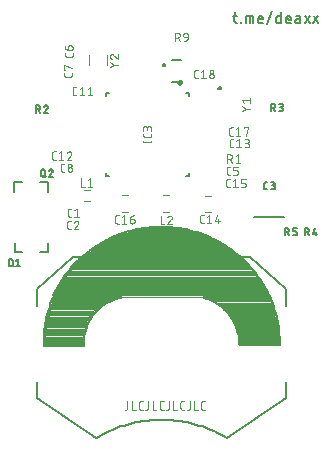
<source format=gbr>
G04 EAGLE Gerber RS-274X export*
G75*
%MOMM*%
%FSLAX34Y34*%
%LPD*%
%INSilkscreen Top*%
%IPPOS*%
%AMOC8*
5,1,8,0,0,1.08239X$1,22.5*%
G01*
%ADD10C,0.076200*%
%ADD11C,0.127000*%
%ADD12C,0.152400*%
%ADD13C,0.203200*%
%ADD14C,0.101600*%
%ADD15C,0.200000*%
%ADD16C,0.254000*%
%ADD17C,0.120000*%
%ADD18C,0.100000*%
%ADD19C,0.050800*%


D10*
X119987Y50509D02*
X119987Y44780D01*
X119985Y44702D01*
X119980Y44624D01*
X119970Y44547D01*
X119957Y44470D01*
X119941Y44394D01*
X119921Y44319D01*
X119897Y44245D01*
X119870Y44172D01*
X119839Y44100D01*
X119805Y44030D01*
X119768Y43962D01*
X119727Y43895D01*
X119683Y43830D01*
X119637Y43768D01*
X119587Y43708D01*
X119535Y43650D01*
X119480Y43595D01*
X119422Y43543D01*
X119362Y43493D01*
X119300Y43447D01*
X119235Y43403D01*
X119169Y43362D01*
X119100Y43325D01*
X119030Y43291D01*
X118958Y43260D01*
X118885Y43233D01*
X118811Y43209D01*
X118736Y43189D01*
X118660Y43173D01*
X118583Y43160D01*
X118506Y43150D01*
X118428Y43145D01*
X118350Y43143D01*
X117532Y43143D01*
X123681Y43143D02*
X123681Y50509D01*
X123681Y43143D02*
X126955Y43143D01*
X131375Y43143D02*
X133012Y43143D01*
X131375Y43143D02*
X131297Y43145D01*
X131219Y43150D01*
X131142Y43160D01*
X131065Y43173D01*
X130989Y43189D01*
X130914Y43209D01*
X130840Y43233D01*
X130767Y43260D01*
X130695Y43291D01*
X130625Y43325D01*
X130557Y43362D01*
X130490Y43403D01*
X130425Y43447D01*
X130363Y43493D01*
X130303Y43543D01*
X130245Y43595D01*
X130190Y43650D01*
X130138Y43708D01*
X130088Y43768D01*
X130042Y43830D01*
X129998Y43895D01*
X129957Y43962D01*
X129920Y44030D01*
X129886Y44100D01*
X129855Y44172D01*
X129828Y44245D01*
X129804Y44319D01*
X129784Y44394D01*
X129768Y44470D01*
X129755Y44547D01*
X129745Y44624D01*
X129740Y44702D01*
X129738Y44780D01*
X129738Y48872D01*
X129740Y48952D01*
X129746Y49032D01*
X129756Y49112D01*
X129769Y49191D01*
X129787Y49270D01*
X129808Y49347D01*
X129834Y49423D01*
X129863Y49498D01*
X129895Y49572D01*
X129931Y49644D01*
X129971Y49714D01*
X130014Y49781D01*
X130060Y49847D01*
X130110Y49910D01*
X130162Y49971D01*
X130217Y50030D01*
X130276Y50085D01*
X130336Y50137D01*
X130400Y50187D01*
X130466Y50233D01*
X130533Y50276D01*
X130603Y50316D01*
X130675Y50352D01*
X130749Y50384D01*
X130823Y50413D01*
X130900Y50439D01*
X130977Y50460D01*
X131056Y50478D01*
X131135Y50491D01*
X131215Y50501D01*
X131295Y50507D01*
X131375Y50509D01*
X133012Y50509D01*
X137543Y50509D02*
X137543Y44780D01*
X137544Y44780D02*
X137542Y44702D01*
X137537Y44624D01*
X137527Y44547D01*
X137514Y44470D01*
X137498Y44394D01*
X137478Y44319D01*
X137454Y44245D01*
X137427Y44172D01*
X137396Y44100D01*
X137362Y44030D01*
X137325Y43962D01*
X137284Y43895D01*
X137240Y43830D01*
X137194Y43768D01*
X137144Y43708D01*
X137092Y43650D01*
X137037Y43595D01*
X136979Y43543D01*
X136919Y43493D01*
X136857Y43447D01*
X136792Y43403D01*
X136726Y43362D01*
X136657Y43325D01*
X136587Y43291D01*
X136515Y43260D01*
X136442Y43233D01*
X136368Y43209D01*
X136293Y43189D01*
X136217Y43173D01*
X136140Y43160D01*
X136063Y43150D01*
X135985Y43145D01*
X135907Y43143D01*
X135088Y43143D01*
X141237Y43143D02*
X141237Y50509D01*
X141237Y43143D02*
X144511Y43143D01*
X148932Y43143D02*
X150568Y43143D01*
X148932Y43143D02*
X148854Y43145D01*
X148776Y43150D01*
X148699Y43160D01*
X148622Y43173D01*
X148546Y43189D01*
X148471Y43209D01*
X148397Y43233D01*
X148324Y43260D01*
X148252Y43291D01*
X148182Y43325D01*
X148114Y43362D01*
X148047Y43403D01*
X147982Y43447D01*
X147920Y43493D01*
X147860Y43543D01*
X147802Y43595D01*
X147747Y43650D01*
X147695Y43708D01*
X147645Y43768D01*
X147599Y43830D01*
X147555Y43895D01*
X147514Y43962D01*
X147477Y44030D01*
X147443Y44100D01*
X147412Y44172D01*
X147385Y44245D01*
X147361Y44319D01*
X147341Y44394D01*
X147325Y44470D01*
X147312Y44547D01*
X147302Y44624D01*
X147297Y44702D01*
X147295Y44780D01*
X147295Y48872D01*
X147297Y48952D01*
X147303Y49032D01*
X147313Y49112D01*
X147326Y49191D01*
X147344Y49270D01*
X147365Y49347D01*
X147391Y49423D01*
X147420Y49498D01*
X147452Y49572D01*
X147488Y49644D01*
X147528Y49714D01*
X147571Y49781D01*
X147617Y49847D01*
X147667Y49910D01*
X147719Y49971D01*
X147774Y50030D01*
X147833Y50085D01*
X147893Y50137D01*
X147957Y50187D01*
X148023Y50233D01*
X148090Y50276D01*
X148160Y50316D01*
X148232Y50352D01*
X148306Y50384D01*
X148380Y50413D01*
X148457Y50439D01*
X148534Y50460D01*
X148613Y50478D01*
X148692Y50491D01*
X148772Y50501D01*
X148852Y50507D01*
X148932Y50509D01*
X150568Y50509D01*
X155100Y50509D02*
X155100Y44780D01*
X155098Y44702D01*
X155093Y44624D01*
X155083Y44547D01*
X155070Y44470D01*
X155054Y44394D01*
X155034Y44319D01*
X155010Y44245D01*
X154983Y44172D01*
X154952Y44100D01*
X154918Y44030D01*
X154881Y43962D01*
X154840Y43895D01*
X154796Y43830D01*
X154750Y43768D01*
X154700Y43708D01*
X154648Y43650D01*
X154593Y43595D01*
X154535Y43543D01*
X154475Y43493D01*
X154413Y43447D01*
X154348Y43403D01*
X154282Y43362D01*
X154213Y43325D01*
X154143Y43291D01*
X154071Y43260D01*
X153998Y43233D01*
X153924Y43209D01*
X153849Y43189D01*
X153773Y43173D01*
X153696Y43160D01*
X153619Y43150D01*
X153541Y43145D01*
X153463Y43143D01*
X152645Y43143D01*
X158794Y43143D02*
X158794Y50509D01*
X158794Y43143D02*
X162068Y43143D01*
X166488Y43143D02*
X168125Y43143D01*
X166488Y43143D02*
X166410Y43145D01*
X166332Y43150D01*
X166255Y43160D01*
X166178Y43173D01*
X166102Y43189D01*
X166027Y43209D01*
X165953Y43233D01*
X165880Y43260D01*
X165808Y43291D01*
X165738Y43325D01*
X165670Y43362D01*
X165603Y43403D01*
X165538Y43447D01*
X165476Y43493D01*
X165416Y43543D01*
X165358Y43595D01*
X165303Y43650D01*
X165251Y43708D01*
X165201Y43768D01*
X165155Y43830D01*
X165111Y43895D01*
X165070Y43962D01*
X165033Y44030D01*
X164999Y44100D01*
X164968Y44172D01*
X164941Y44245D01*
X164917Y44319D01*
X164897Y44394D01*
X164881Y44470D01*
X164868Y44547D01*
X164858Y44624D01*
X164853Y44702D01*
X164851Y44780D01*
X164851Y48872D01*
X164853Y48952D01*
X164859Y49032D01*
X164869Y49112D01*
X164882Y49191D01*
X164900Y49270D01*
X164921Y49347D01*
X164947Y49423D01*
X164976Y49498D01*
X165008Y49572D01*
X165044Y49644D01*
X165084Y49714D01*
X165127Y49781D01*
X165173Y49847D01*
X165223Y49910D01*
X165275Y49971D01*
X165330Y50030D01*
X165389Y50085D01*
X165449Y50137D01*
X165513Y50187D01*
X165579Y50233D01*
X165646Y50276D01*
X165716Y50316D01*
X165788Y50352D01*
X165862Y50384D01*
X165936Y50413D01*
X166013Y50439D01*
X166090Y50460D01*
X166169Y50478D01*
X166248Y50491D01*
X166328Y50501D01*
X166408Y50507D01*
X166488Y50509D01*
X168125Y50509D01*
X172656Y50509D02*
X172656Y44780D01*
X172654Y44702D01*
X172649Y44624D01*
X172639Y44547D01*
X172626Y44470D01*
X172610Y44394D01*
X172590Y44319D01*
X172566Y44245D01*
X172539Y44172D01*
X172508Y44100D01*
X172474Y44030D01*
X172437Y43962D01*
X172396Y43895D01*
X172352Y43830D01*
X172306Y43768D01*
X172256Y43708D01*
X172204Y43650D01*
X172149Y43595D01*
X172091Y43543D01*
X172031Y43493D01*
X171969Y43447D01*
X171904Y43403D01*
X171838Y43362D01*
X171769Y43325D01*
X171699Y43291D01*
X171627Y43260D01*
X171554Y43233D01*
X171480Y43209D01*
X171405Y43189D01*
X171329Y43173D01*
X171252Y43160D01*
X171175Y43150D01*
X171097Y43145D01*
X171019Y43143D01*
X170201Y43143D01*
X176350Y43143D02*
X176350Y50509D01*
X176350Y43143D02*
X179624Y43143D01*
X184044Y43143D02*
X185681Y43143D01*
X184044Y43143D02*
X183966Y43145D01*
X183888Y43150D01*
X183811Y43160D01*
X183734Y43173D01*
X183658Y43189D01*
X183583Y43209D01*
X183509Y43233D01*
X183436Y43260D01*
X183364Y43291D01*
X183294Y43325D01*
X183226Y43362D01*
X183159Y43403D01*
X183094Y43447D01*
X183032Y43493D01*
X182972Y43543D01*
X182914Y43595D01*
X182859Y43650D01*
X182807Y43708D01*
X182757Y43768D01*
X182711Y43830D01*
X182667Y43895D01*
X182626Y43962D01*
X182589Y44030D01*
X182555Y44100D01*
X182524Y44172D01*
X182497Y44245D01*
X182473Y44319D01*
X182453Y44394D01*
X182437Y44470D01*
X182424Y44547D01*
X182414Y44624D01*
X182409Y44702D01*
X182407Y44780D01*
X182407Y48872D01*
X182409Y48952D01*
X182415Y49032D01*
X182425Y49112D01*
X182438Y49191D01*
X182456Y49270D01*
X182477Y49347D01*
X182503Y49423D01*
X182532Y49498D01*
X182564Y49572D01*
X182600Y49644D01*
X182640Y49714D01*
X182683Y49781D01*
X182729Y49847D01*
X182779Y49910D01*
X182831Y49971D01*
X182886Y50030D01*
X182945Y50085D01*
X183005Y50137D01*
X183069Y50187D01*
X183135Y50233D01*
X183202Y50276D01*
X183272Y50316D01*
X183344Y50352D01*
X183418Y50384D01*
X183492Y50413D01*
X183569Y50439D01*
X183646Y50460D01*
X183725Y50478D01*
X183804Y50491D01*
X183884Y50501D01*
X183964Y50507D01*
X184044Y50509D01*
X185681Y50509D01*
D11*
X209646Y376808D02*
X212609Y376787D01*
X210655Y379764D02*
X210603Y372356D01*
X210602Y372356D02*
X210603Y372281D01*
X210609Y372206D01*
X210618Y372132D01*
X210630Y372058D01*
X210647Y371985D01*
X210667Y371912D01*
X210691Y371841D01*
X210718Y371771D01*
X210749Y371703D01*
X210783Y371636D01*
X210821Y371571D01*
X210862Y371508D01*
X210906Y371447D01*
X210953Y371389D01*
X211003Y371332D01*
X211055Y371279D01*
X211111Y371228D01*
X211169Y371180D01*
X211229Y371136D01*
X211291Y371094D01*
X211356Y371055D01*
X211422Y371020D01*
X211490Y370988D01*
X211560Y370960D01*
X211631Y370935D01*
X211703Y370914D01*
X211776Y370896D01*
X211849Y370883D01*
X211924Y370873D01*
X211999Y370866D01*
X212074Y370864D01*
X212568Y370861D01*
X215811Y370838D02*
X215814Y371332D01*
X216308Y371328D01*
X216305Y370835D01*
X215811Y370838D01*
X220409Y370806D02*
X220451Y376732D01*
X224896Y376701D01*
X224895Y376702D02*
X224970Y376700D01*
X225045Y376693D01*
X225120Y376683D01*
X225193Y376670D01*
X225266Y376652D01*
X225339Y376631D01*
X225409Y376606D01*
X225479Y376578D01*
X225547Y376546D01*
X225613Y376511D01*
X225678Y376472D01*
X225740Y376430D01*
X225800Y376386D01*
X225858Y376338D01*
X225914Y376287D01*
X225966Y376234D01*
X226016Y376177D01*
X226063Y376119D01*
X226107Y376058D01*
X226148Y375995D01*
X226186Y375930D01*
X226220Y375863D01*
X226251Y375795D01*
X226278Y375725D01*
X226302Y375654D01*
X226322Y375581D01*
X226339Y375508D01*
X226351Y375434D01*
X226360Y375360D01*
X226366Y375285D01*
X226367Y375210D01*
X226367Y375209D02*
X226336Y370765D01*
X223373Y370785D02*
X223414Y376712D01*
X232327Y370723D02*
X234797Y370705D01*
X232328Y370722D02*
X232253Y370724D01*
X232178Y370731D01*
X232103Y370741D01*
X232030Y370754D01*
X231957Y370772D01*
X231884Y370793D01*
X231814Y370818D01*
X231744Y370846D01*
X231676Y370878D01*
X231610Y370913D01*
X231545Y370952D01*
X231483Y370994D01*
X231423Y371038D01*
X231365Y371086D01*
X231309Y371137D01*
X231257Y371190D01*
X231207Y371247D01*
X231160Y371305D01*
X231116Y371366D01*
X231075Y371429D01*
X231037Y371494D01*
X231003Y371561D01*
X230972Y371629D01*
X230945Y371699D01*
X230921Y371770D01*
X230901Y371843D01*
X230884Y371916D01*
X230872Y371990D01*
X230863Y372064D01*
X230857Y372139D01*
X230856Y372214D01*
X230856Y372215D02*
X230873Y374684D01*
X230876Y374772D01*
X230882Y374861D01*
X230893Y374949D01*
X230907Y375036D01*
X230926Y375123D01*
X230948Y375209D01*
X230974Y375294D01*
X231004Y375377D01*
X231037Y375459D01*
X231075Y375540D01*
X231116Y375618D01*
X231160Y375695D01*
X231208Y375770D01*
X231259Y375843D01*
X231313Y375913D01*
X231370Y375980D01*
X231430Y376045D01*
X231493Y376108D01*
X231559Y376167D01*
X231628Y376223D01*
X231699Y376277D01*
X231772Y376327D01*
X231847Y376373D01*
X231925Y376417D01*
X232004Y376456D01*
X232085Y376492D01*
X232168Y376525D01*
X232252Y376554D01*
X232337Y376578D01*
X232423Y376599D01*
X232510Y376617D01*
X232597Y376630D01*
X232686Y376639D01*
X232774Y376645D01*
X232863Y376646D01*
X232951Y376643D01*
X233040Y376637D01*
X233128Y376626D01*
X233215Y376612D01*
X233302Y376593D01*
X233388Y376571D01*
X233473Y376545D01*
X233556Y376515D01*
X233638Y376482D01*
X233719Y376444D01*
X233797Y376403D01*
X233874Y376359D01*
X233949Y376311D01*
X234022Y376260D01*
X234092Y376206D01*
X234159Y376149D01*
X234224Y376089D01*
X234287Y376026D01*
X234346Y375960D01*
X234402Y375891D01*
X234456Y375820D01*
X234506Y375747D01*
X234552Y375672D01*
X234596Y375594D01*
X234635Y375515D01*
X234671Y375434D01*
X234704Y375351D01*
X234733Y375267D01*
X234757Y375182D01*
X234778Y375096D01*
X234796Y375009D01*
X234809Y374922D01*
X234818Y374833D01*
X234824Y374745D01*
X234825Y374656D01*
X234824Y374656D02*
X234817Y373669D01*
X230866Y373696D01*
X238459Y369692D02*
X242485Y380530D01*
X250038Y379489D02*
X249976Y370599D01*
X247506Y370617D01*
X247507Y370616D02*
X247432Y370618D01*
X247357Y370625D01*
X247282Y370635D01*
X247209Y370648D01*
X247136Y370666D01*
X247063Y370687D01*
X246993Y370712D01*
X246923Y370740D01*
X246855Y370772D01*
X246789Y370807D01*
X246724Y370846D01*
X246662Y370888D01*
X246602Y370932D01*
X246544Y370980D01*
X246488Y371031D01*
X246436Y371084D01*
X246386Y371141D01*
X246339Y371199D01*
X246295Y371260D01*
X246254Y371323D01*
X246216Y371388D01*
X246182Y371455D01*
X246151Y371523D01*
X246124Y371593D01*
X246100Y371664D01*
X246080Y371737D01*
X246063Y371810D01*
X246051Y371884D01*
X246042Y371958D01*
X246036Y372033D01*
X246035Y372108D01*
X246035Y372109D02*
X246056Y375072D01*
X246055Y375072D02*
X246057Y375147D01*
X246064Y375222D01*
X246074Y375297D01*
X246087Y375370D01*
X246105Y375443D01*
X246126Y375516D01*
X246151Y375586D01*
X246179Y375656D01*
X246211Y375724D01*
X246246Y375790D01*
X246285Y375855D01*
X246327Y375917D01*
X246371Y375977D01*
X246419Y376035D01*
X246470Y376091D01*
X246523Y376143D01*
X246580Y376193D01*
X246638Y376240D01*
X246699Y376284D01*
X246762Y376325D01*
X246827Y376363D01*
X246894Y376397D01*
X246962Y376428D01*
X247032Y376455D01*
X247103Y376479D01*
X247176Y376499D01*
X247249Y376516D01*
X247323Y376528D01*
X247397Y376537D01*
X247472Y376543D01*
X247547Y376544D01*
X247548Y376543D02*
X250017Y376526D01*
X255796Y370559D02*
X258266Y370542D01*
X255796Y370558D02*
X255721Y370560D01*
X255646Y370567D01*
X255571Y370577D01*
X255498Y370590D01*
X255425Y370608D01*
X255352Y370629D01*
X255282Y370654D01*
X255212Y370682D01*
X255144Y370714D01*
X255078Y370749D01*
X255013Y370788D01*
X254951Y370830D01*
X254891Y370874D01*
X254833Y370922D01*
X254777Y370973D01*
X254725Y371026D01*
X254675Y371083D01*
X254628Y371141D01*
X254584Y371202D01*
X254543Y371265D01*
X254505Y371330D01*
X254471Y371397D01*
X254440Y371465D01*
X254413Y371535D01*
X254389Y371606D01*
X254369Y371679D01*
X254352Y371752D01*
X254340Y371826D01*
X254331Y371900D01*
X254325Y371975D01*
X254324Y372050D01*
X254325Y372051D02*
X254342Y374520D01*
X254345Y374608D01*
X254351Y374697D01*
X254362Y374785D01*
X254376Y374872D01*
X254395Y374959D01*
X254417Y375045D01*
X254443Y375130D01*
X254473Y375213D01*
X254506Y375295D01*
X254544Y375376D01*
X254585Y375454D01*
X254629Y375531D01*
X254677Y375606D01*
X254728Y375679D01*
X254782Y375749D01*
X254839Y375816D01*
X254899Y375881D01*
X254962Y375944D01*
X255028Y376003D01*
X255097Y376059D01*
X255168Y376113D01*
X255241Y376163D01*
X255316Y376209D01*
X255394Y376253D01*
X255473Y376292D01*
X255554Y376328D01*
X255637Y376361D01*
X255721Y376390D01*
X255806Y376414D01*
X255892Y376435D01*
X255979Y376453D01*
X256066Y376466D01*
X256155Y376475D01*
X256243Y376481D01*
X256332Y376482D01*
X256420Y376479D01*
X256509Y376473D01*
X256597Y376462D01*
X256684Y376448D01*
X256771Y376429D01*
X256857Y376407D01*
X256942Y376381D01*
X257025Y376351D01*
X257107Y376318D01*
X257188Y376280D01*
X257266Y376239D01*
X257343Y376195D01*
X257418Y376147D01*
X257491Y376096D01*
X257561Y376042D01*
X257628Y375985D01*
X257693Y375925D01*
X257756Y375862D01*
X257815Y375796D01*
X257871Y375727D01*
X257925Y375656D01*
X257975Y375583D01*
X258021Y375508D01*
X258065Y375430D01*
X258104Y375351D01*
X258140Y375270D01*
X258173Y375187D01*
X258202Y375103D01*
X258226Y375018D01*
X258247Y374932D01*
X258265Y374845D01*
X258278Y374758D01*
X258287Y374669D01*
X258293Y374581D01*
X258294Y374492D01*
X258293Y374493D02*
X258286Y373505D01*
X254335Y373532D01*
X263931Y373959D02*
X266154Y373944D01*
X263931Y373960D02*
X263849Y373959D01*
X263767Y373953D01*
X263685Y373944D01*
X263604Y373931D01*
X263523Y373914D01*
X263443Y373893D01*
X263365Y373869D01*
X263288Y373841D01*
X263212Y373809D01*
X263137Y373773D01*
X263065Y373734D01*
X262994Y373692D01*
X262926Y373646D01*
X262860Y373598D01*
X262796Y373546D01*
X262735Y373491D01*
X262676Y373433D01*
X262620Y373372D01*
X262567Y373309D01*
X262518Y373244D01*
X262471Y373176D01*
X262428Y373106D01*
X262388Y373034D01*
X262351Y372960D01*
X262318Y372885D01*
X262289Y372808D01*
X262263Y372730D01*
X262242Y372650D01*
X262224Y372570D01*
X262209Y372489D01*
X262199Y372407D01*
X262193Y372325D01*
X262190Y372243D01*
X262191Y372161D01*
X262197Y372079D01*
X262206Y371997D01*
X262219Y371916D01*
X262236Y371835D01*
X262257Y371755D01*
X262281Y371677D01*
X262309Y371600D01*
X262341Y371524D01*
X262377Y371449D01*
X262416Y371377D01*
X262458Y371306D01*
X262504Y371238D01*
X262552Y371172D01*
X262604Y371108D01*
X262659Y371047D01*
X262717Y370988D01*
X262778Y370932D01*
X262841Y370879D01*
X262906Y370830D01*
X262974Y370783D01*
X263044Y370740D01*
X263116Y370700D01*
X263190Y370663D01*
X263265Y370630D01*
X263342Y370601D01*
X263420Y370575D01*
X263500Y370554D01*
X263580Y370536D01*
X263661Y370521D01*
X263743Y370511D01*
X263825Y370505D01*
X263907Y370502D01*
X266130Y370487D01*
X266161Y374931D01*
X266161Y374932D02*
X266160Y375007D01*
X266154Y375082D01*
X266145Y375156D01*
X266133Y375230D01*
X266116Y375303D01*
X266096Y375376D01*
X266072Y375447D01*
X266045Y375517D01*
X266014Y375585D01*
X265980Y375652D01*
X265942Y375717D01*
X265901Y375780D01*
X265857Y375841D01*
X265810Y375899D01*
X265760Y375956D01*
X265708Y376009D01*
X265652Y376060D01*
X265594Y376108D01*
X265534Y376152D01*
X265472Y376194D01*
X265407Y376233D01*
X265341Y376268D01*
X265273Y376300D01*
X265203Y376328D01*
X265133Y376353D01*
X265060Y376374D01*
X264987Y376392D01*
X264914Y376405D01*
X264839Y376415D01*
X264764Y376422D01*
X264689Y376424D01*
X264689Y376423D02*
X262714Y376437D01*
X270164Y370458D02*
X274156Y376357D01*
X270205Y376385D02*
X274115Y370431D01*
X277479Y370407D02*
X281471Y376306D01*
X277520Y376334D02*
X281430Y370380D01*
D12*
X240000Y140000D02*
X57000Y140000D01*
X58000Y141000D01*
X239000Y142000D02*
X240000Y140000D01*
X238999Y142000D02*
X237873Y144186D01*
X236693Y146345D01*
X235462Y148474D01*
X234178Y150573D01*
X232845Y152639D01*
X231461Y154673D01*
X230029Y156673D01*
X228548Y158637D01*
X227020Y160565D01*
X225446Y162455D01*
X223826Y164306D01*
X222162Y166117D01*
X220454Y167887D01*
X218703Y169615D01*
X216911Y171300D01*
X215079Y172941D01*
X213207Y174537D01*
X211298Y176087D01*
X209350Y177591D01*
X207368Y179046D01*
X205350Y180453D01*
X203298Y181810D01*
X201215Y183117D01*
X199100Y184373D01*
X196955Y185578D01*
X194781Y186729D01*
X192581Y187828D01*
X190354Y188873D01*
X188102Y189863D01*
X185827Y190799D01*
X183530Y191678D01*
X181213Y192502D01*
X178875Y193269D01*
X176520Y193979D01*
X174149Y194632D01*
X171762Y195227D01*
X169361Y195763D01*
X166949Y196242D01*
X164525Y196661D01*
X162092Y197021D01*
X159650Y197322D01*
X157202Y197564D01*
X154749Y197746D01*
X152293Y197868D01*
X149834Y197931D01*
X147374Y197934D01*
X144915Y197877D01*
X142458Y197760D01*
X140004Y197584D01*
X137556Y197348D01*
X135114Y197053D01*
X132680Y196698D01*
X130255Y196284D01*
X127841Y195812D01*
X125440Y195281D01*
X123051Y194692D01*
X120678Y194044D01*
X118322Y193340D01*
X115983Y192578D01*
X113663Y191760D01*
X111364Y190885D01*
X109087Y189955D01*
X106833Y188970D01*
X104604Y187931D01*
X102400Y186837D01*
X100224Y185690D01*
X98077Y184491D01*
X95959Y183240D01*
X93872Y181938D01*
X91817Y180585D01*
X89796Y179183D01*
X87810Y177732D01*
X85860Y176234D01*
X83946Y174688D01*
X82071Y173096D01*
X80235Y171460D01*
X78439Y169779D01*
X76684Y168055D01*
X74972Y166288D01*
X73304Y164481D01*
X71680Y162634D01*
X70101Y160748D01*
X68568Y158823D01*
X67083Y156863D01*
X65646Y154866D01*
X64258Y152836D01*
X62919Y150772D01*
X61631Y148677D01*
X60395Y146550D01*
X59210Y144394D01*
X58078Y142210D01*
X57000Y140000D01*
X59000Y141000D02*
X238000Y141000D01*
X238000Y142000D02*
X59000Y142000D01*
X237000Y143000D02*
X238000Y142000D01*
X237000Y143000D02*
X237000Y144000D01*
X237000Y143000D02*
X59000Y143000D01*
X61000Y145000D01*
X61000Y144000D01*
X237000Y144000D01*
X236000Y145000D01*
X61000Y145000D01*
X62000Y146000D01*
X236000Y146000D01*
X236000Y147000D01*
X62000Y147000D01*
X63000Y148000D01*
X235000Y148000D01*
X63000Y149000D02*
X63000Y150000D01*
X64000Y149000D01*
X234000Y149000D01*
D13*
X233000Y150000D02*
X64000Y150000D01*
X233000Y150000D02*
X233000Y151000D01*
X65000Y151000D01*
X67000Y153000D01*
X232000Y153000D01*
X230000Y155000D01*
X66000Y155000D01*
X67000Y154000D02*
X65000Y152000D01*
X68000Y156000D02*
X69000Y157000D01*
X229000Y157000D01*
X230000Y156000D01*
X228000Y158000D02*
X70000Y158000D01*
X226000Y160000D02*
X228000Y158000D01*
X226000Y160000D02*
X71000Y160000D01*
X72000Y161000D01*
X72000Y162000D01*
X225000Y162000D01*
X224000Y163000D01*
X74000Y163000D01*
X75000Y164000D01*
X223000Y164000D01*
X221000Y166000D01*
X76000Y166000D01*
X75000Y165000D01*
X76000Y166000D02*
X77000Y167000D01*
X220000Y167000D01*
X218000Y169000D01*
X79000Y169000D01*
X80000Y170000D01*
X217000Y170000D01*
X216000Y171000D02*
X81000Y171000D01*
X215000Y172000D02*
X216000Y171000D01*
X215000Y172000D02*
X83000Y172000D01*
X84000Y173000D01*
X84000Y174000D01*
X213000Y174000D01*
X214000Y173000D01*
X213000Y174000D02*
X211000Y176000D01*
X88000Y176000D01*
X86000Y176000D01*
X88000Y176000D02*
X89000Y177000D01*
X209000Y177000D01*
X208000Y178000D01*
X90000Y178000D01*
X91000Y179000D01*
X206000Y179000D01*
X205000Y180000D01*
X94000Y180000D01*
X93000Y180000D01*
X94000Y180000D02*
X95000Y181000D01*
X203000Y181000D01*
X201000Y183000D01*
X97000Y183000D01*
X96000Y182000D01*
X97000Y183000D02*
X98000Y184000D01*
X101000Y184000D01*
X198000Y184000D01*
X197000Y185000D01*
X195000Y185000D01*
X102000Y185000D01*
X101000Y184000D01*
X102000Y185000D02*
X103000Y186000D01*
X104000Y186000D01*
X194000Y186000D01*
X195000Y185000D01*
X194000Y186000D02*
X193000Y187000D01*
X105000Y187000D01*
X104000Y186000D01*
X105000Y187000D02*
X106000Y188000D01*
X190000Y188000D01*
X189000Y189000D01*
X109000Y189000D01*
X110000Y190000D01*
X185000Y190000D01*
X184000Y191000D01*
X115000Y191000D01*
X116000Y192000D01*
X120000Y192000D01*
X179000Y192000D01*
X178000Y193000D01*
X174000Y193000D01*
X121000Y193000D01*
X120000Y192000D01*
X121000Y193000D02*
X122000Y194000D01*
X129000Y194000D01*
X173000Y194000D02*
X174000Y193000D01*
X173000Y194000D02*
X129000Y194000D01*
X128000Y195000D01*
X170000Y195000D01*
X83000Y97000D02*
X50000Y97000D01*
X50000Y99000D02*
X83000Y99000D01*
X50000Y99000D02*
X50000Y100000D01*
X83000Y100000D01*
X83000Y101000D01*
X50000Y101000D01*
X50000Y102000D01*
X83000Y102000D01*
X83000Y104000D01*
X50000Y104000D01*
X50000Y106000D01*
X83000Y106000D01*
X83000Y107000D01*
X50000Y107000D01*
X83000Y102000D02*
X83000Y99000D01*
X83000Y97000D01*
X83000Y99000D02*
X83012Y99992D01*
X83049Y100984D01*
X83109Y101974D01*
X83194Y102962D01*
X83303Y103949D01*
X83437Y104932D01*
X83594Y105911D01*
X83775Y106887D01*
X83980Y107858D01*
X84209Y108823D01*
X84461Y109783D01*
X84737Y110736D01*
X85036Y111682D01*
X85358Y112620D01*
X85703Y113551D01*
X86070Y114472D01*
X86460Y115385D01*
X86873Y116287D01*
X87307Y117179D01*
X87763Y118060D01*
X88240Y118930D01*
X88739Y119788D01*
X89258Y120633D01*
X89798Y121466D01*
X90358Y122285D01*
X90938Y123090D01*
X91538Y123880D01*
X92156Y124656D01*
X92794Y125416D01*
X93450Y126160D01*
X94124Y126888D01*
X94816Y127600D01*
X95524Y128294D01*
X96250Y128971D01*
X96992Y129629D01*
X97750Y130270D01*
X98523Y130891D01*
X99312Y131494D01*
X100114Y132077D01*
X100931Y132640D01*
X101762Y133183D01*
X102605Y133706D01*
X103461Y134207D01*
X104329Y134688D01*
X105209Y135147D01*
X106099Y135585D01*
X107000Y136000D01*
X107000Y136001D02*
X108235Y136537D01*
X109480Y137050D01*
X110736Y137538D01*
X112000Y138001D01*
X83000Y108000D02*
X50000Y108000D01*
X83000Y108000D02*
X83000Y110000D01*
X51000Y110000D01*
X50000Y109000D01*
X51000Y110000D02*
X52000Y111000D01*
X84000Y111000D01*
X52000Y111000D02*
X50000Y111000D01*
X51000Y112000D01*
X51000Y113000D01*
X85000Y113000D01*
X85000Y114000D01*
X51000Y114000D01*
X51000Y116000D01*
X85000Y116000D01*
X86000Y117000D01*
X52000Y117000D01*
X51000Y118000D01*
X52000Y119000D01*
X87000Y119000D01*
X88000Y120000D01*
X52000Y120000D01*
X53000Y121000D01*
X88000Y121000D01*
X88000Y122000D01*
X89000Y123000D01*
X90000Y123000D01*
X89000Y123000D02*
X54000Y123000D01*
X53000Y122000D01*
X54000Y123000D02*
X54000Y124000D01*
X53000Y124000D01*
X54000Y125000D01*
X91000Y125000D01*
X92000Y126000D01*
X54000Y126000D01*
X54000Y128000D01*
X92000Y128000D01*
X93000Y127000D01*
X94000Y128000D01*
X94000Y129000D01*
X54000Y129000D01*
X55000Y130000D01*
X55000Y131000D01*
X94000Y131000D01*
X95000Y130000D01*
X96000Y131000D01*
X98000Y131000D01*
X97000Y132000D01*
X55000Y132000D01*
X56000Y133000D01*
X100000Y133000D01*
X101000Y134000D01*
X56000Y134000D01*
X57000Y135000D01*
X103000Y135000D01*
X104000Y136000D01*
X57000Y136000D01*
X58000Y137000D01*
X59000Y136000D01*
X107000Y136000D01*
X107000Y137000D01*
X58000Y137000D01*
X58000Y138000D01*
X59000Y139000D01*
X107000Y139000D01*
X106000Y138000D02*
X111000Y138000D01*
X107000Y139000D02*
X106000Y138000D01*
X107000Y139000D02*
X112000Y139000D01*
X113000Y139000D01*
X112000Y139000D02*
X111000Y138000D01*
X113000Y139000D02*
X115000Y139000D01*
D14*
X113000Y139000D02*
X119000Y139000D01*
X106000Y135000D02*
X104000Y134000D01*
X106000Y135000D02*
X106878Y135426D01*
X107766Y135831D01*
X108663Y136215D01*
X109569Y136578D01*
X110483Y136920D01*
X111405Y137240D01*
X112335Y137538D01*
X113271Y137814D01*
X114213Y138068D01*
X115161Y138299D01*
X116114Y138508D01*
X117072Y138695D01*
X118034Y138859D01*
X119000Y139000D01*
X179000Y139000D01*
X184000Y139000D01*
X179000Y139000D02*
X179997Y138829D01*
X180990Y138634D01*
X181977Y138414D01*
X182959Y138171D01*
X183935Y137904D01*
X184903Y137613D01*
X185865Y137299D01*
X186818Y136961D01*
X187763Y136601D01*
X188699Y136217D01*
X189626Y135811D01*
X190542Y135382D01*
X191447Y134931D01*
X192341Y134458D01*
X193224Y133963D01*
X194094Y133447D01*
X194951Y132911D01*
X195795Y132353D01*
X196625Y131775D01*
X197440Y131177D01*
X198241Y130559D01*
X199027Y129922D01*
X199797Y129266D01*
X200550Y128591D01*
X201287Y127898D01*
X202007Y127187D01*
X202710Y126460D01*
X203394Y125715D01*
X204060Y124953D01*
X204707Y124176D01*
X205336Y123383D01*
X205944Y122576D01*
X206533Y121753D01*
X207102Y120917D01*
X207650Y120066D01*
X208177Y119203D01*
X208683Y118327D01*
X209167Y117439D01*
X209630Y116540D01*
X210071Y115629D01*
X210489Y114708D01*
X210885Y113778D01*
X211258Y112837D01*
X211608Y111888D01*
X211935Y110931D01*
X212238Y109966D01*
X212518Y108994D01*
X212774Y108016D01*
X213006Y107031D01*
X213214Y106041D01*
X213398Y105046D01*
X213557Y104048D01*
X213692Y103045D01*
X213803Y102040D01*
X213889Y101032D01*
X213951Y100022D01*
X213988Y99011D01*
X214000Y98000D01*
X249000Y98000D01*
D13*
X240000Y139000D02*
X184000Y139000D01*
X240000Y139000D02*
X240000Y137000D01*
X239000Y138000D01*
X188000Y138000D01*
X186000Y138000D01*
X188000Y138000D02*
X189000Y137000D01*
X240000Y137000D01*
X241000Y136000D01*
X241000Y135000D01*
D15*
X241000Y136000D02*
X191000Y136000D01*
X241000Y135000D02*
X242000Y134000D01*
X241000Y135000D02*
X194000Y135000D01*
X193000Y135000D01*
X194000Y135000D02*
X196000Y133000D01*
X242000Y133000D01*
X243000Y132000D01*
X198000Y132000D01*
X199000Y131000D01*
X243000Y131000D01*
X243000Y130000D01*
X200000Y130000D01*
X201000Y129000D01*
X244000Y129000D01*
X244000Y128000D01*
X202000Y128000D01*
X203000Y127000D01*
X204000Y127000D01*
X244000Y127000D01*
X244000Y126000D01*
X205000Y126000D01*
X204000Y127000D01*
X205000Y126000D02*
X205000Y125000D01*
X244000Y125000D01*
X245000Y124000D01*
X245000Y123000D01*
X207000Y123000D01*
X206000Y124000D01*
X207000Y123000D02*
X208000Y122000D01*
X245000Y122000D01*
X245000Y121000D01*
X208000Y121000D01*
X209000Y120000D01*
X246000Y120000D01*
X246000Y119000D01*
X209000Y119000D01*
X210000Y118000D01*
X246000Y118000D01*
X246000Y117000D01*
X210000Y117000D01*
X211000Y116000D01*
X247000Y116000D01*
X247000Y115000D01*
X211000Y115000D01*
X212000Y114000D01*
X247000Y114000D01*
X247000Y113000D01*
X212000Y113000D01*
X212000Y112000D02*
X247000Y112000D01*
X247000Y111000D01*
X213000Y111000D01*
X213000Y110000D01*
X247000Y110000D01*
X248000Y109000D01*
X213000Y109000D01*
X214000Y108000D01*
X214000Y107000D01*
X247000Y107000D01*
X248000Y108000D01*
X248000Y106000D01*
X214000Y106000D01*
X214000Y104000D01*
X215000Y105000D02*
X248000Y105000D01*
X215000Y105000D02*
X215000Y103000D01*
X216000Y104000D01*
X248000Y104000D01*
X248000Y103000D01*
X215000Y103000D01*
X248000Y103000D02*
X248000Y101000D01*
X216000Y101000D01*
X215000Y102000D01*
X215000Y101000D01*
X216000Y101000D01*
X248000Y101000D02*
X248000Y100000D01*
X216000Y100000D01*
X215000Y101000D01*
X215000Y99000D01*
X249000Y99000D01*
X48945Y98338D02*
X48945Y96785D01*
X48945Y98338D02*
X48975Y100846D01*
X49065Y103352D01*
X49215Y105855D01*
X49426Y108354D01*
X49696Y110847D01*
X50026Y113333D01*
X50415Y115811D01*
X50863Y118278D01*
X51371Y120734D01*
X51937Y123177D01*
X52562Y125606D01*
X53245Y128019D01*
X53985Y130415D01*
X54783Y132792D01*
X55637Y135150D01*
X56548Y137487D01*
X57515Y139801D01*
X248833Y99755D02*
X248833Y98437D01*
X248833Y99755D02*
X248806Y102020D01*
X248726Y104283D01*
X248592Y106544D01*
X248405Y108801D01*
X248165Y111053D01*
X247872Y113299D01*
X247525Y115537D01*
X247126Y117766D01*
X246675Y119985D01*
X246171Y122193D01*
X245615Y124389D01*
X245007Y126571D01*
X244348Y128737D01*
X243638Y130888D01*
X242878Y133021D01*
X242067Y135136D01*
X241207Y137231D01*
X240297Y139305D01*
X239339Y141357D01*
X238332Y143386D01*
X237278Y145390D01*
X236176Y147369D01*
X235029Y149322D01*
X233835Y151246D01*
X232597Y153143D01*
X162534Y196663D02*
X148291Y196663D01*
X162534Y196663D02*
X162833Y196363D01*
X146777Y196212D02*
X133578Y196212D01*
X146777Y196212D02*
X147193Y196628D01*
D12*
X169270Y311423D02*
X171810Y311423D01*
X171810Y308883D01*
X104246Y311423D02*
X101706Y311423D01*
X101706Y308883D01*
X169270Y241319D02*
X171810Y241319D01*
X171810Y243859D01*
X104246Y241319D02*
X101706Y241319D01*
X101706Y243859D01*
D16*
X164190Y319297D02*
X164124Y319299D01*
X164057Y319305D01*
X163992Y319314D01*
X163926Y319328D01*
X163862Y319345D01*
X163799Y319366D01*
X163737Y319390D01*
X163677Y319419D01*
X163619Y319450D01*
X163562Y319485D01*
X163507Y319523D01*
X163455Y319564D01*
X163406Y319609D01*
X163359Y319656D01*
X163314Y319705D01*
X163273Y319757D01*
X163235Y319812D01*
X163200Y319869D01*
X163169Y319927D01*
X163140Y319987D01*
X163116Y320049D01*
X163095Y320112D01*
X163078Y320176D01*
X163064Y320242D01*
X163055Y320307D01*
X163049Y320374D01*
X163047Y320440D01*
X163049Y320506D01*
X163055Y320573D01*
X163064Y320638D01*
X163078Y320704D01*
X163095Y320768D01*
X163116Y320831D01*
X163140Y320893D01*
X163169Y320953D01*
X163200Y321012D01*
X163235Y321068D01*
X163273Y321123D01*
X163314Y321175D01*
X163359Y321224D01*
X163406Y321271D01*
X163455Y321316D01*
X163507Y321357D01*
X163562Y321395D01*
X163619Y321430D01*
X163677Y321461D01*
X163737Y321490D01*
X163799Y321514D01*
X163862Y321535D01*
X163926Y321552D01*
X163992Y321566D01*
X164057Y321575D01*
X164124Y321581D01*
X164190Y321583D01*
X164256Y321581D01*
X164323Y321575D01*
X164388Y321566D01*
X164454Y321552D01*
X164518Y321535D01*
X164581Y321514D01*
X164643Y321490D01*
X164703Y321461D01*
X164762Y321430D01*
X164818Y321395D01*
X164873Y321357D01*
X164925Y321316D01*
X164974Y321271D01*
X165021Y321224D01*
X165066Y321175D01*
X165107Y321123D01*
X165145Y321068D01*
X165180Y321012D01*
X165211Y320953D01*
X165240Y320893D01*
X165264Y320831D01*
X165285Y320768D01*
X165302Y320704D01*
X165316Y320638D01*
X165325Y320573D01*
X165331Y320506D01*
X165333Y320440D01*
X165331Y320374D01*
X165325Y320307D01*
X165316Y320242D01*
X165302Y320176D01*
X165285Y320112D01*
X165264Y320049D01*
X165240Y319987D01*
X165211Y319927D01*
X165180Y319869D01*
X165145Y319812D01*
X165107Y319757D01*
X165066Y319705D01*
X165021Y319656D01*
X164974Y319609D01*
X164925Y319564D01*
X164873Y319523D01*
X164818Y319485D01*
X164762Y319450D01*
X164703Y319419D01*
X164643Y319390D01*
X164581Y319366D01*
X164518Y319345D01*
X164454Y319328D01*
X164388Y319314D01*
X164323Y319305D01*
X164256Y319299D01*
X164190Y319297D01*
D10*
X140187Y270199D02*
X133329Y270199D01*
X140187Y269437D02*
X140187Y270961D01*
X133329Y270961D02*
X133329Y269437D01*
X140187Y275282D02*
X140187Y276806D01*
X140187Y275282D02*
X140185Y275205D01*
X140179Y275128D01*
X140169Y275051D01*
X140156Y274975D01*
X140138Y274900D01*
X140117Y274826D01*
X140092Y274753D01*
X140063Y274681D01*
X140031Y274611D01*
X139996Y274542D01*
X139956Y274476D01*
X139914Y274411D01*
X139868Y274349D01*
X139819Y274289D01*
X139768Y274232D01*
X139713Y274177D01*
X139656Y274126D01*
X139596Y274077D01*
X139534Y274031D01*
X139469Y273989D01*
X139403Y273949D01*
X139334Y273914D01*
X139264Y273882D01*
X139192Y273853D01*
X139119Y273828D01*
X139045Y273807D01*
X138970Y273789D01*
X138894Y273776D01*
X138817Y273766D01*
X138740Y273760D01*
X138663Y273758D01*
X134853Y273758D01*
X134776Y273760D01*
X134699Y273766D01*
X134622Y273776D01*
X134546Y273789D01*
X134471Y273807D01*
X134397Y273828D01*
X134324Y273853D01*
X134252Y273882D01*
X134182Y273914D01*
X134113Y273949D01*
X134047Y273989D01*
X133982Y274031D01*
X133920Y274077D01*
X133860Y274126D01*
X133803Y274177D01*
X133748Y274232D01*
X133697Y274289D01*
X133648Y274349D01*
X133602Y274411D01*
X133560Y274476D01*
X133520Y274542D01*
X133485Y274611D01*
X133453Y274681D01*
X133424Y274753D01*
X133399Y274826D01*
X133378Y274900D01*
X133360Y274975D01*
X133347Y275051D01*
X133337Y275128D01*
X133331Y275205D01*
X133329Y275282D01*
X133329Y276806D01*
X140187Y279495D02*
X140187Y281400D01*
X140185Y281485D01*
X140179Y281571D01*
X140170Y281656D01*
X140156Y281740D01*
X140139Y281824D01*
X140118Y281907D01*
X140094Y281989D01*
X140066Y282069D01*
X140034Y282149D01*
X139998Y282227D01*
X139960Y282303D01*
X139917Y282377D01*
X139872Y282449D01*
X139823Y282520D01*
X139771Y282588D01*
X139717Y282653D01*
X139659Y282716D01*
X139598Y282777D01*
X139535Y282835D01*
X139470Y282889D01*
X139402Y282941D01*
X139331Y282990D01*
X139259Y283035D01*
X139185Y283078D01*
X139109Y283116D01*
X139031Y283152D01*
X138951Y283184D01*
X138871Y283212D01*
X138789Y283236D01*
X138706Y283257D01*
X138622Y283274D01*
X138538Y283288D01*
X138453Y283297D01*
X138367Y283303D01*
X138282Y283305D01*
X138197Y283303D01*
X138111Y283297D01*
X138026Y283288D01*
X137942Y283274D01*
X137858Y283257D01*
X137775Y283236D01*
X137693Y283212D01*
X137613Y283184D01*
X137533Y283152D01*
X137455Y283116D01*
X137379Y283078D01*
X137305Y283035D01*
X137233Y282990D01*
X137162Y282941D01*
X137094Y282889D01*
X137029Y282835D01*
X136966Y282777D01*
X136905Y282716D01*
X136847Y282653D01*
X136793Y282588D01*
X136741Y282520D01*
X136692Y282449D01*
X136647Y282377D01*
X136604Y282303D01*
X136566Y282227D01*
X136530Y282149D01*
X136498Y282069D01*
X136470Y281989D01*
X136446Y281907D01*
X136425Y281824D01*
X136408Y281740D01*
X136394Y281656D01*
X136385Y281571D01*
X136379Y281485D01*
X136377Y281400D01*
X133329Y281781D02*
X133329Y279495D01*
X133329Y281781D02*
X133331Y281858D01*
X133337Y281935D01*
X133347Y282012D01*
X133360Y282088D01*
X133378Y282163D01*
X133399Y282237D01*
X133424Y282310D01*
X133453Y282382D01*
X133485Y282452D01*
X133520Y282521D01*
X133560Y282587D01*
X133602Y282652D01*
X133648Y282714D01*
X133697Y282774D01*
X133748Y282831D01*
X133803Y282886D01*
X133860Y282937D01*
X133920Y282986D01*
X133982Y283032D01*
X134047Y283074D01*
X134113Y283114D01*
X134182Y283149D01*
X134252Y283181D01*
X134324Y283210D01*
X134397Y283235D01*
X134471Y283256D01*
X134546Y283274D01*
X134622Y283287D01*
X134699Y283297D01*
X134776Y283303D01*
X134853Y283305D01*
X134930Y283303D01*
X135007Y283297D01*
X135084Y283287D01*
X135160Y283274D01*
X135235Y283256D01*
X135309Y283235D01*
X135382Y283210D01*
X135454Y283181D01*
X135524Y283149D01*
X135593Y283114D01*
X135659Y283074D01*
X135724Y283032D01*
X135786Y282986D01*
X135846Y282937D01*
X135903Y282886D01*
X135958Y282831D01*
X136009Y282774D01*
X136058Y282714D01*
X136104Y282652D01*
X136146Y282587D01*
X136186Y282521D01*
X136221Y282452D01*
X136253Y282382D01*
X136282Y282310D01*
X136307Y282237D01*
X136328Y282163D01*
X136346Y282088D01*
X136359Y282012D01*
X136369Y281935D01*
X136375Y281858D01*
X136377Y281781D01*
X136377Y280257D01*
X72444Y206515D02*
X70920Y206515D01*
X70843Y206517D01*
X70766Y206523D01*
X70689Y206533D01*
X70613Y206546D01*
X70538Y206564D01*
X70464Y206585D01*
X70391Y206610D01*
X70319Y206639D01*
X70249Y206671D01*
X70180Y206706D01*
X70114Y206746D01*
X70049Y206788D01*
X69987Y206834D01*
X69927Y206883D01*
X69870Y206934D01*
X69815Y206989D01*
X69764Y207046D01*
X69715Y207106D01*
X69669Y207168D01*
X69627Y207233D01*
X69587Y207299D01*
X69552Y207368D01*
X69520Y207438D01*
X69491Y207510D01*
X69466Y207583D01*
X69445Y207657D01*
X69427Y207732D01*
X69414Y207808D01*
X69404Y207885D01*
X69398Y207962D01*
X69396Y208039D01*
X69396Y211849D01*
X69398Y211926D01*
X69404Y212003D01*
X69414Y212080D01*
X69427Y212156D01*
X69445Y212231D01*
X69466Y212305D01*
X69491Y212378D01*
X69520Y212450D01*
X69552Y212520D01*
X69587Y212589D01*
X69627Y212655D01*
X69669Y212720D01*
X69715Y212782D01*
X69764Y212842D01*
X69815Y212899D01*
X69870Y212954D01*
X69927Y213005D01*
X69987Y213054D01*
X70049Y213100D01*
X70114Y213142D01*
X70180Y213182D01*
X70249Y213217D01*
X70319Y213249D01*
X70391Y213278D01*
X70464Y213303D01*
X70538Y213324D01*
X70613Y213342D01*
X70689Y213355D01*
X70766Y213365D01*
X70843Y213371D01*
X70920Y213373D01*
X72444Y213373D01*
X75134Y211849D02*
X77039Y213373D01*
X77039Y206515D01*
X75134Y206515D02*
X78944Y206515D01*
X71903Y196177D02*
X70379Y196177D01*
X70302Y196179D01*
X70225Y196185D01*
X70148Y196195D01*
X70072Y196208D01*
X69997Y196226D01*
X69923Y196247D01*
X69850Y196272D01*
X69778Y196301D01*
X69708Y196333D01*
X69639Y196368D01*
X69573Y196408D01*
X69508Y196450D01*
X69446Y196496D01*
X69386Y196545D01*
X69329Y196596D01*
X69274Y196651D01*
X69223Y196708D01*
X69174Y196768D01*
X69128Y196830D01*
X69086Y196895D01*
X69046Y196961D01*
X69011Y197030D01*
X68979Y197100D01*
X68950Y197172D01*
X68925Y197245D01*
X68904Y197319D01*
X68886Y197394D01*
X68873Y197470D01*
X68863Y197547D01*
X68857Y197624D01*
X68855Y197701D01*
X68855Y201511D01*
X68857Y201588D01*
X68863Y201665D01*
X68873Y201742D01*
X68886Y201818D01*
X68904Y201893D01*
X68925Y201967D01*
X68950Y202040D01*
X68979Y202112D01*
X69011Y202182D01*
X69046Y202251D01*
X69086Y202317D01*
X69128Y202382D01*
X69174Y202444D01*
X69223Y202504D01*
X69274Y202561D01*
X69329Y202616D01*
X69386Y202667D01*
X69446Y202716D01*
X69508Y202762D01*
X69573Y202804D01*
X69639Y202844D01*
X69708Y202879D01*
X69778Y202911D01*
X69850Y202940D01*
X69923Y202965D01*
X69997Y202986D01*
X70072Y203004D01*
X70148Y203017D01*
X70225Y203027D01*
X70302Y203033D01*
X70379Y203035D01*
X71903Y203035D01*
X76687Y203035D02*
X76769Y203033D01*
X76850Y203027D01*
X76931Y203018D01*
X77012Y203004D01*
X77091Y202987D01*
X77170Y202966D01*
X77248Y202941D01*
X77324Y202912D01*
X77399Y202880D01*
X77473Y202844D01*
X77545Y202805D01*
X77614Y202763D01*
X77682Y202717D01*
X77747Y202668D01*
X77810Y202616D01*
X77870Y202561D01*
X77928Y202503D01*
X77983Y202443D01*
X78035Y202380D01*
X78084Y202315D01*
X78130Y202247D01*
X78172Y202178D01*
X78211Y202106D01*
X78247Y202032D01*
X78279Y201957D01*
X78308Y201881D01*
X78333Y201803D01*
X78354Y201724D01*
X78371Y201645D01*
X78385Y201564D01*
X78394Y201483D01*
X78400Y201402D01*
X78402Y201320D01*
X76687Y203035D02*
X76595Y203033D01*
X76503Y203027D01*
X76411Y203018D01*
X76319Y203004D01*
X76229Y202987D01*
X76139Y202966D01*
X76050Y202941D01*
X75962Y202912D01*
X75875Y202880D01*
X75790Y202844D01*
X75707Y202805D01*
X75625Y202762D01*
X75545Y202716D01*
X75467Y202666D01*
X75391Y202614D01*
X75318Y202558D01*
X75247Y202499D01*
X75178Y202437D01*
X75112Y202372D01*
X75049Y202305D01*
X74989Y202235D01*
X74931Y202163D01*
X74877Y202088D01*
X74826Y202011D01*
X74778Y201932D01*
X74734Y201851D01*
X74693Y201768D01*
X74655Y201684D01*
X74621Y201598D01*
X74591Y201511D01*
X77830Y199986D02*
X77889Y200045D01*
X77945Y200106D01*
X77998Y200169D01*
X78049Y200235D01*
X78096Y200303D01*
X78140Y200373D01*
X78181Y200445D01*
X78219Y200519D01*
X78253Y200594D01*
X78284Y200671D01*
X78311Y200749D01*
X78335Y200829D01*
X78356Y200909D01*
X78372Y200990D01*
X78385Y201072D01*
X78395Y201154D01*
X78400Y201237D01*
X78402Y201320D01*
X77830Y199987D02*
X74592Y196177D01*
X78402Y196177D01*
X204671Y252385D02*
X204671Y259243D01*
X206576Y259243D01*
X206661Y259241D01*
X206747Y259235D01*
X206832Y259226D01*
X206916Y259212D01*
X207000Y259195D01*
X207083Y259174D01*
X207165Y259150D01*
X207245Y259122D01*
X207325Y259090D01*
X207403Y259054D01*
X207479Y259016D01*
X207553Y258973D01*
X207625Y258928D01*
X207696Y258879D01*
X207764Y258827D01*
X207829Y258773D01*
X207892Y258715D01*
X207953Y258654D01*
X208011Y258591D01*
X208065Y258526D01*
X208117Y258458D01*
X208166Y258387D01*
X208211Y258315D01*
X208254Y258241D01*
X208292Y258165D01*
X208328Y258087D01*
X208360Y258007D01*
X208388Y257927D01*
X208412Y257845D01*
X208433Y257762D01*
X208450Y257678D01*
X208464Y257594D01*
X208473Y257509D01*
X208479Y257423D01*
X208481Y257338D01*
X208479Y257253D01*
X208473Y257167D01*
X208464Y257082D01*
X208450Y256998D01*
X208433Y256914D01*
X208412Y256831D01*
X208388Y256749D01*
X208360Y256669D01*
X208328Y256589D01*
X208292Y256511D01*
X208254Y256435D01*
X208211Y256361D01*
X208166Y256289D01*
X208117Y256218D01*
X208065Y256150D01*
X208011Y256085D01*
X207953Y256022D01*
X207892Y255961D01*
X207829Y255903D01*
X207764Y255849D01*
X207696Y255797D01*
X207625Y255748D01*
X207553Y255703D01*
X207479Y255660D01*
X207403Y255622D01*
X207325Y255586D01*
X207245Y255554D01*
X207165Y255526D01*
X207083Y255502D01*
X207000Y255481D01*
X206916Y255464D01*
X206832Y255450D01*
X206747Y255441D01*
X206661Y255435D01*
X206576Y255433D01*
X204671Y255433D01*
X206957Y255433D02*
X208481Y252385D01*
X211479Y257719D02*
X213384Y259243D01*
X213384Y252385D01*
X211479Y252385D02*
X215289Y252385D01*
X206973Y242193D02*
X205449Y242193D01*
X205372Y242195D01*
X205295Y242201D01*
X205218Y242211D01*
X205142Y242224D01*
X205067Y242242D01*
X204993Y242263D01*
X204920Y242288D01*
X204848Y242317D01*
X204778Y242349D01*
X204709Y242384D01*
X204643Y242424D01*
X204578Y242466D01*
X204516Y242512D01*
X204456Y242561D01*
X204399Y242612D01*
X204344Y242667D01*
X204293Y242724D01*
X204244Y242784D01*
X204198Y242846D01*
X204156Y242911D01*
X204116Y242977D01*
X204081Y243046D01*
X204049Y243116D01*
X204020Y243188D01*
X203995Y243261D01*
X203974Y243335D01*
X203956Y243410D01*
X203943Y243486D01*
X203933Y243563D01*
X203927Y243640D01*
X203925Y243717D01*
X203925Y247527D01*
X203927Y247604D01*
X203933Y247681D01*
X203943Y247758D01*
X203956Y247834D01*
X203974Y247909D01*
X203995Y247983D01*
X204020Y248056D01*
X204049Y248128D01*
X204081Y248198D01*
X204116Y248267D01*
X204156Y248333D01*
X204198Y248398D01*
X204244Y248460D01*
X204293Y248520D01*
X204344Y248577D01*
X204399Y248632D01*
X204456Y248683D01*
X204516Y248732D01*
X204578Y248778D01*
X204643Y248820D01*
X204709Y248860D01*
X204778Y248895D01*
X204848Y248927D01*
X204920Y248956D01*
X204993Y248981D01*
X205067Y249002D01*
X205142Y249020D01*
X205218Y249033D01*
X205295Y249043D01*
X205372Y249049D01*
X205449Y249051D01*
X206973Y249051D01*
X209662Y242193D02*
X211948Y242193D01*
X212025Y242195D01*
X212102Y242201D01*
X212179Y242211D01*
X212255Y242224D01*
X212330Y242242D01*
X212404Y242263D01*
X212477Y242288D01*
X212549Y242317D01*
X212619Y242349D01*
X212688Y242384D01*
X212754Y242424D01*
X212819Y242466D01*
X212881Y242512D01*
X212941Y242561D01*
X212998Y242612D01*
X213053Y242667D01*
X213104Y242724D01*
X213153Y242784D01*
X213199Y242846D01*
X213241Y242911D01*
X213281Y242977D01*
X213316Y243046D01*
X213348Y243116D01*
X213377Y243188D01*
X213402Y243261D01*
X213423Y243335D01*
X213441Y243410D01*
X213454Y243486D01*
X213464Y243563D01*
X213470Y243640D01*
X213472Y243717D01*
X213472Y244479D01*
X213470Y244556D01*
X213464Y244633D01*
X213454Y244710D01*
X213441Y244786D01*
X213423Y244861D01*
X213402Y244935D01*
X213377Y245008D01*
X213348Y245080D01*
X213316Y245150D01*
X213281Y245219D01*
X213241Y245285D01*
X213199Y245350D01*
X213153Y245412D01*
X213104Y245472D01*
X213053Y245529D01*
X212998Y245584D01*
X212941Y245635D01*
X212881Y245684D01*
X212819Y245730D01*
X212754Y245772D01*
X212688Y245812D01*
X212619Y245847D01*
X212549Y245879D01*
X212477Y245908D01*
X212404Y245933D01*
X212330Y245954D01*
X212255Y245972D01*
X212179Y245985D01*
X212102Y245995D01*
X212025Y246001D01*
X211948Y246003D01*
X209662Y246003D01*
X209662Y249051D01*
X213472Y249051D01*
X66575Y244593D02*
X65051Y244593D01*
X64974Y244595D01*
X64897Y244601D01*
X64820Y244611D01*
X64744Y244624D01*
X64669Y244642D01*
X64595Y244663D01*
X64522Y244688D01*
X64450Y244717D01*
X64380Y244749D01*
X64311Y244784D01*
X64245Y244824D01*
X64180Y244866D01*
X64118Y244912D01*
X64058Y244961D01*
X64001Y245012D01*
X63946Y245067D01*
X63895Y245124D01*
X63846Y245184D01*
X63800Y245246D01*
X63758Y245311D01*
X63718Y245377D01*
X63683Y245446D01*
X63651Y245516D01*
X63622Y245588D01*
X63597Y245661D01*
X63576Y245735D01*
X63558Y245810D01*
X63545Y245886D01*
X63535Y245963D01*
X63529Y246040D01*
X63527Y246117D01*
X63527Y249927D01*
X63529Y250004D01*
X63535Y250081D01*
X63545Y250158D01*
X63558Y250234D01*
X63576Y250309D01*
X63597Y250383D01*
X63622Y250456D01*
X63651Y250528D01*
X63683Y250598D01*
X63718Y250667D01*
X63758Y250733D01*
X63800Y250798D01*
X63846Y250860D01*
X63895Y250920D01*
X63946Y250977D01*
X64001Y251032D01*
X64058Y251083D01*
X64118Y251132D01*
X64180Y251178D01*
X64245Y251220D01*
X64311Y251260D01*
X64380Y251295D01*
X64450Y251327D01*
X64522Y251356D01*
X64595Y251381D01*
X64669Y251402D01*
X64744Y251420D01*
X64820Y251433D01*
X64897Y251443D01*
X64974Y251449D01*
X65051Y251451D01*
X66575Y251451D01*
X69265Y246498D02*
X69267Y246583D01*
X69273Y246669D01*
X69282Y246754D01*
X69296Y246838D01*
X69313Y246922D01*
X69334Y247005D01*
X69358Y247087D01*
X69386Y247167D01*
X69418Y247247D01*
X69454Y247325D01*
X69492Y247401D01*
X69535Y247475D01*
X69580Y247547D01*
X69629Y247618D01*
X69681Y247686D01*
X69735Y247751D01*
X69793Y247814D01*
X69854Y247875D01*
X69917Y247933D01*
X69982Y247987D01*
X70050Y248039D01*
X70121Y248088D01*
X70193Y248133D01*
X70267Y248176D01*
X70343Y248214D01*
X70421Y248250D01*
X70501Y248282D01*
X70581Y248310D01*
X70663Y248334D01*
X70746Y248355D01*
X70830Y248372D01*
X70914Y248386D01*
X70999Y248395D01*
X71085Y248401D01*
X71170Y248403D01*
X71255Y248401D01*
X71341Y248395D01*
X71426Y248386D01*
X71510Y248372D01*
X71594Y248355D01*
X71677Y248334D01*
X71759Y248310D01*
X71839Y248282D01*
X71919Y248250D01*
X71997Y248214D01*
X72073Y248176D01*
X72147Y248133D01*
X72219Y248088D01*
X72290Y248039D01*
X72358Y247987D01*
X72423Y247933D01*
X72486Y247875D01*
X72547Y247814D01*
X72605Y247751D01*
X72659Y247686D01*
X72711Y247618D01*
X72760Y247547D01*
X72805Y247475D01*
X72848Y247401D01*
X72886Y247325D01*
X72922Y247247D01*
X72954Y247167D01*
X72982Y247087D01*
X73006Y247005D01*
X73027Y246922D01*
X73044Y246838D01*
X73058Y246754D01*
X73067Y246669D01*
X73073Y246583D01*
X73075Y246498D01*
X73073Y246413D01*
X73067Y246327D01*
X73058Y246242D01*
X73044Y246158D01*
X73027Y246074D01*
X73006Y245991D01*
X72982Y245909D01*
X72954Y245829D01*
X72922Y245749D01*
X72886Y245671D01*
X72848Y245595D01*
X72805Y245521D01*
X72760Y245449D01*
X72711Y245378D01*
X72659Y245310D01*
X72605Y245245D01*
X72547Y245182D01*
X72486Y245121D01*
X72423Y245063D01*
X72358Y245009D01*
X72290Y244957D01*
X72219Y244908D01*
X72147Y244863D01*
X72073Y244820D01*
X71997Y244782D01*
X71919Y244746D01*
X71839Y244714D01*
X71759Y244686D01*
X71677Y244662D01*
X71594Y244641D01*
X71510Y244624D01*
X71426Y244610D01*
X71341Y244601D01*
X71255Y244595D01*
X71170Y244593D01*
X71085Y244595D01*
X70999Y244601D01*
X70914Y244610D01*
X70830Y244624D01*
X70746Y244641D01*
X70663Y244662D01*
X70581Y244686D01*
X70501Y244714D01*
X70421Y244746D01*
X70343Y244782D01*
X70267Y244820D01*
X70193Y244863D01*
X70121Y244908D01*
X70050Y244957D01*
X69982Y245009D01*
X69917Y245063D01*
X69854Y245121D01*
X69793Y245182D01*
X69735Y245245D01*
X69681Y245310D01*
X69629Y245378D01*
X69580Y245449D01*
X69535Y245521D01*
X69492Y245595D01*
X69454Y245671D01*
X69418Y245749D01*
X69386Y245829D01*
X69358Y245909D01*
X69334Y245991D01*
X69313Y246074D01*
X69296Y246158D01*
X69282Y246242D01*
X69273Y246327D01*
X69267Y246413D01*
X69265Y246498D01*
X69646Y249927D02*
X69648Y250004D01*
X69654Y250081D01*
X69664Y250158D01*
X69677Y250234D01*
X69695Y250309D01*
X69716Y250383D01*
X69741Y250456D01*
X69770Y250528D01*
X69802Y250598D01*
X69837Y250667D01*
X69877Y250733D01*
X69919Y250798D01*
X69965Y250860D01*
X70014Y250920D01*
X70065Y250977D01*
X70120Y251032D01*
X70177Y251083D01*
X70237Y251132D01*
X70299Y251178D01*
X70364Y251220D01*
X70430Y251260D01*
X70499Y251295D01*
X70569Y251327D01*
X70641Y251356D01*
X70714Y251381D01*
X70788Y251402D01*
X70863Y251420D01*
X70939Y251433D01*
X71016Y251443D01*
X71093Y251449D01*
X71170Y251451D01*
X71247Y251449D01*
X71324Y251443D01*
X71401Y251433D01*
X71477Y251420D01*
X71552Y251402D01*
X71626Y251381D01*
X71699Y251356D01*
X71771Y251327D01*
X71841Y251295D01*
X71910Y251260D01*
X71976Y251220D01*
X72041Y251178D01*
X72103Y251132D01*
X72163Y251083D01*
X72220Y251032D01*
X72275Y250977D01*
X72326Y250920D01*
X72375Y250860D01*
X72421Y250798D01*
X72463Y250733D01*
X72503Y250667D01*
X72538Y250598D01*
X72570Y250528D01*
X72599Y250456D01*
X72624Y250383D01*
X72645Y250309D01*
X72663Y250234D01*
X72676Y250158D01*
X72686Y250081D01*
X72692Y250004D01*
X72694Y249927D01*
X72692Y249850D01*
X72686Y249773D01*
X72676Y249696D01*
X72663Y249620D01*
X72645Y249545D01*
X72624Y249471D01*
X72599Y249398D01*
X72570Y249326D01*
X72538Y249256D01*
X72503Y249187D01*
X72463Y249121D01*
X72421Y249056D01*
X72375Y248994D01*
X72326Y248934D01*
X72275Y248877D01*
X72220Y248822D01*
X72163Y248771D01*
X72103Y248722D01*
X72041Y248676D01*
X71976Y248634D01*
X71910Y248594D01*
X71841Y248559D01*
X71771Y248527D01*
X71699Y248498D01*
X71626Y248473D01*
X71552Y248452D01*
X71477Y248434D01*
X71401Y248421D01*
X71324Y248411D01*
X71247Y248405D01*
X71170Y248403D01*
X71093Y248405D01*
X71016Y248411D01*
X70939Y248421D01*
X70863Y248434D01*
X70788Y248452D01*
X70714Y248473D01*
X70641Y248498D01*
X70569Y248527D01*
X70499Y248559D01*
X70430Y248594D01*
X70364Y248634D01*
X70299Y248676D01*
X70237Y248722D01*
X70177Y248771D01*
X70120Y248822D01*
X70065Y248877D01*
X70014Y248934D01*
X69965Y248994D01*
X69919Y249056D01*
X69877Y249121D01*
X69837Y249187D01*
X69802Y249256D01*
X69770Y249326D01*
X69741Y249398D01*
X69716Y249471D01*
X69695Y249545D01*
X69677Y249620D01*
X69664Y249696D01*
X69654Y249773D01*
X69648Y249850D01*
X69646Y249927D01*
X73605Y343605D02*
X73605Y345129D01*
X73605Y343605D02*
X73603Y343528D01*
X73597Y343451D01*
X73587Y343374D01*
X73574Y343298D01*
X73556Y343223D01*
X73535Y343149D01*
X73510Y343076D01*
X73481Y343004D01*
X73449Y342934D01*
X73414Y342865D01*
X73374Y342799D01*
X73332Y342734D01*
X73286Y342672D01*
X73237Y342612D01*
X73186Y342555D01*
X73131Y342500D01*
X73074Y342449D01*
X73014Y342400D01*
X72952Y342354D01*
X72887Y342312D01*
X72821Y342272D01*
X72752Y342237D01*
X72682Y342205D01*
X72610Y342176D01*
X72537Y342151D01*
X72463Y342130D01*
X72388Y342112D01*
X72312Y342099D01*
X72235Y342089D01*
X72158Y342083D01*
X72081Y342081D01*
X68271Y342081D01*
X68194Y342083D01*
X68117Y342089D01*
X68040Y342099D01*
X67964Y342112D01*
X67889Y342130D01*
X67815Y342151D01*
X67742Y342176D01*
X67670Y342205D01*
X67600Y342237D01*
X67531Y342272D01*
X67465Y342312D01*
X67400Y342354D01*
X67338Y342400D01*
X67278Y342449D01*
X67221Y342500D01*
X67166Y342555D01*
X67115Y342612D01*
X67066Y342672D01*
X67020Y342734D01*
X66978Y342799D01*
X66938Y342865D01*
X66903Y342934D01*
X66871Y343004D01*
X66842Y343076D01*
X66817Y343149D01*
X66796Y343223D01*
X66778Y343298D01*
X66765Y343374D01*
X66755Y343451D01*
X66749Y343528D01*
X66747Y343605D01*
X66747Y345129D01*
X69795Y347819D02*
X69795Y350105D01*
X69797Y350182D01*
X69803Y350259D01*
X69813Y350336D01*
X69826Y350412D01*
X69844Y350487D01*
X69865Y350561D01*
X69890Y350634D01*
X69919Y350706D01*
X69951Y350776D01*
X69986Y350845D01*
X70026Y350911D01*
X70068Y350976D01*
X70114Y351038D01*
X70163Y351098D01*
X70214Y351155D01*
X70269Y351210D01*
X70326Y351261D01*
X70386Y351310D01*
X70448Y351356D01*
X70513Y351398D01*
X70579Y351438D01*
X70648Y351473D01*
X70718Y351505D01*
X70790Y351534D01*
X70863Y351559D01*
X70937Y351580D01*
X71012Y351598D01*
X71088Y351611D01*
X71165Y351621D01*
X71242Y351627D01*
X71319Y351629D01*
X71700Y351629D01*
X71785Y351627D01*
X71871Y351621D01*
X71956Y351612D01*
X72040Y351598D01*
X72124Y351581D01*
X72207Y351560D01*
X72289Y351536D01*
X72369Y351508D01*
X72449Y351476D01*
X72527Y351440D01*
X72603Y351402D01*
X72677Y351359D01*
X72749Y351314D01*
X72820Y351265D01*
X72888Y351213D01*
X72953Y351159D01*
X73016Y351101D01*
X73077Y351040D01*
X73135Y350977D01*
X73189Y350912D01*
X73241Y350844D01*
X73290Y350773D01*
X73335Y350701D01*
X73378Y350627D01*
X73416Y350551D01*
X73452Y350473D01*
X73484Y350393D01*
X73512Y350313D01*
X73536Y350231D01*
X73557Y350148D01*
X73574Y350064D01*
X73588Y349980D01*
X73597Y349895D01*
X73603Y349809D01*
X73605Y349724D01*
X73603Y349639D01*
X73597Y349553D01*
X73588Y349468D01*
X73574Y349384D01*
X73557Y349300D01*
X73536Y349217D01*
X73512Y349135D01*
X73484Y349055D01*
X73452Y348975D01*
X73416Y348897D01*
X73378Y348821D01*
X73335Y348747D01*
X73290Y348675D01*
X73241Y348604D01*
X73189Y348536D01*
X73135Y348471D01*
X73077Y348408D01*
X73016Y348347D01*
X72953Y348289D01*
X72888Y348235D01*
X72820Y348183D01*
X72749Y348134D01*
X72677Y348089D01*
X72603Y348046D01*
X72527Y348008D01*
X72449Y347972D01*
X72369Y347940D01*
X72289Y347912D01*
X72207Y347888D01*
X72124Y347867D01*
X72040Y347850D01*
X71956Y347836D01*
X71871Y347827D01*
X71785Y347821D01*
X71700Y347819D01*
X69795Y347819D01*
X69686Y347821D01*
X69578Y347827D01*
X69469Y347836D01*
X69361Y347850D01*
X69254Y347867D01*
X69147Y347889D01*
X69041Y347914D01*
X68936Y347942D01*
X68832Y347975D01*
X68730Y348011D01*
X68629Y348051D01*
X68529Y348094D01*
X68431Y348141D01*
X68334Y348192D01*
X68240Y348246D01*
X68147Y348303D01*
X68057Y348363D01*
X67968Y348427D01*
X67882Y348494D01*
X67799Y348563D01*
X67718Y348636D01*
X67640Y348712D01*
X67564Y348790D01*
X67491Y348871D01*
X67422Y348954D01*
X67355Y349040D01*
X67291Y349129D01*
X67231Y349219D01*
X67174Y349312D01*
X67120Y349406D01*
X67069Y349503D01*
X67022Y349601D01*
X66979Y349701D01*
X66939Y349802D01*
X66903Y349904D01*
X66870Y350008D01*
X66842Y350113D01*
X66817Y350219D01*
X66795Y350326D01*
X66778Y350433D01*
X66764Y350541D01*
X66755Y350650D01*
X66749Y350758D01*
X66747Y350867D01*
X73145Y328122D02*
X73145Y326598D01*
X73143Y326521D01*
X73137Y326444D01*
X73127Y326367D01*
X73114Y326291D01*
X73096Y326216D01*
X73075Y326142D01*
X73050Y326069D01*
X73021Y325997D01*
X72989Y325927D01*
X72954Y325858D01*
X72914Y325792D01*
X72872Y325727D01*
X72826Y325665D01*
X72777Y325605D01*
X72726Y325548D01*
X72671Y325493D01*
X72614Y325442D01*
X72554Y325393D01*
X72492Y325347D01*
X72427Y325305D01*
X72361Y325265D01*
X72292Y325230D01*
X72222Y325198D01*
X72150Y325169D01*
X72077Y325144D01*
X72003Y325123D01*
X71928Y325105D01*
X71852Y325092D01*
X71775Y325082D01*
X71698Y325076D01*
X71621Y325074D01*
X67811Y325074D01*
X67734Y325076D01*
X67657Y325082D01*
X67580Y325092D01*
X67504Y325105D01*
X67429Y325123D01*
X67355Y325144D01*
X67282Y325169D01*
X67210Y325198D01*
X67140Y325230D01*
X67071Y325265D01*
X67005Y325305D01*
X66940Y325347D01*
X66878Y325393D01*
X66818Y325442D01*
X66761Y325493D01*
X66706Y325548D01*
X66655Y325605D01*
X66606Y325665D01*
X66560Y325727D01*
X66518Y325792D01*
X66478Y325858D01*
X66443Y325927D01*
X66411Y325997D01*
X66382Y326069D01*
X66357Y326142D01*
X66336Y326216D01*
X66318Y326291D01*
X66305Y326367D01*
X66295Y326444D01*
X66289Y326521D01*
X66287Y326598D01*
X66287Y328122D01*
X66287Y330811D02*
X67049Y330811D01*
X66287Y330811D02*
X66287Y334621D01*
X73145Y332716D01*
X75252Y309484D02*
X76776Y309484D01*
X75252Y309484D02*
X75175Y309486D01*
X75098Y309492D01*
X75021Y309502D01*
X74945Y309515D01*
X74870Y309533D01*
X74796Y309554D01*
X74723Y309579D01*
X74651Y309608D01*
X74581Y309640D01*
X74512Y309675D01*
X74446Y309715D01*
X74381Y309757D01*
X74319Y309803D01*
X74259Y309852D01*
X74202Y309903D01*
X74147Y309958D01*
X74096Y310015D01*
X74047Y310075D01*
X74001Y310137D01*
X73959Y310202D01*
X73919Y310268D01*
X73884Y310337D01*
X73852Y310407D01*
X73823Y310479D01*
X73798Y310552D01*
X73777Y310626D01*
X73759Y310701D01*
X73746Y310777D01*
X73736Y310854D01*
X73730Y310931D01*
X73728Y311008D01*
X73728Y314818D01*
X73730Y314895D01*
X73736Y314972D01*
X73746Y315049D01*
X73759Y315125D01*
X73777Y315200D01*
X73798Y315274D01*
X73823Y315347D01*
X73852Y315419D01*
X73884Y315489D01*
X73919Y315558D01*
X73959Y315624D01*
X74001Y315689D01*
X74047Y315751D01*
X74096Y315811D01*
X74147Y315868D01*
X74202Y315923D01*
X74259Y315974D01*
X74319Y316023D01*
X74381Y316069D01*
X74446Y316111D01*
X74512Y316151D01*
X74581Y316186D01*
X74651Y316218D01*
X74723Y316247D01*
X74796Y316272D01*
X74870Y316293D01*
X74945Y316311D01*
X75021Y316324D01*
X75098Y316334D01*
X75175Y316340D01*
X75252Y316342D01*
X76776Y316342D01*
X79465Y314818D02*
X81370Y316342D01*
X81370Y309484D01*
X79465Y309484D02*
X83275Y309484D01*
X86323Y314818D02*
X88228Y316342D01*
X88228Y309484D01*
X86323Y309484D02*
X90133Y309484D01*
X59125Y254941D02*
X57601Y254941D01*
X57524Y254943D01*
X57447Y254949D01*
X57370Y254959D01*
X57294Y254972D01*
X57219Y254990D01*
X57145Y255011D01*
X57072Y255036D01*
X57000Y255065D01*
X56930Y255097D01*
X56861Y255132D01*
X56795Y255172D01*
X56730Y255214D01*
X56668Y255260D01*
X56608Y255309D01*
X56551Y255360D01*
X56496Y255415D01*
X56445Y255472D01*
X56396Y255532D01*
X56350Y255594D01*
X56308Y255659D01*
X56268Y255725D01*
X56233Y255794D01*
X56201Y255864D01*
X56172Y255936D01*
X56147Y256009D01*
X56126Y256083D01*
X56108Y256158D01*
X56095Y256234D01*
X56085Y256311D01*
X56079Y256388D01*
X56077Y256465D01*
X56077Y260275D01*
X56079Y260352D01*
X56085Y260429D01*
X56095Y260506D01*
X56108Y260582D01*
X56126Y260657D01*
X56147Y260731D01*
X56172Y260804D01*
X56201Y260876D01*
X56233Y260946D01*
X56268Y261015D01*
X56308Y261081D01*
X56350Y261146D01*
X56396Y261208D01*
X56445Y261268D01*
X56496Y261325D01*
X56551Y261380D01*
X56608Y261431D01*
X56668Y261480D01*
X56730Y261526D01*
X56795Y261568D01*
X56861Y261608D01*
X56930Y261643D01*
X57000Y261675D01*
X57072Y261704D01*
X57145Y261729D01*
X57219Y261750D01*
X57294Y261768D01*
X57370Y261781D01*
X57447Y261791D01*
X57524Y261797D01*
X57601Y261799D01*
X59125Y261799D01*
X61814Y260275D02*
X63719Y261799D01*
X63719Y254941D01*
X61814Y254941D02*
X65624Y254941D01*
X72483Y260085D02*
X72481Y260167D01*
X72475Y260248D01*
X72466Y260329D01*
X72452Y260410D01*
X72435Y260489D01*
X72414Y260568D01*
X72389Y260646D01*
X72360Y260722D01*
X72328Y260797D01*
X72292Y260871D01*
X72253Y260943D01*
X72211Y261012D01*
X72165Y261080D01*
X72116Y261145D01*
X72064Y261208D01*
X72009Y261268D01*
X71951Y261326D01*
X71891Y261381D01*
X71828Y261433D01*
X71763Y261482D01*
X71695Y261528D01*
X71626Y261570D01*
X71554Y261609D01*
X71480Y261645D01*
X71405Y261677D01*
X71329Y261706D01*
X71251Y261731D01*
X71172Y261752D01*
X71093Y261769D01*
X71012Y261783D01*
X70931Y261792D01*
X70850Y261798D01*
X70768Y261800D01*
X70768Y261799D02*
X70676Y261797D01*
X70584Y261791D01*
X70492Y261782D01*
X70400Y261768D01*
X70310Y261751D01*
X70220Y261730D01*
X70131Y261705D01*
X70043Y261676D01*
X69956Y261644D01*
X69871Y261608D01*
X69788Y261569D01*
X69706Y261526D01*
X69626Y261480D01*
X69548Y261430D01*
X69472Y261378D01*
X69399Y261322D01*
X69328Y261263D01*
X69259Y261201D01*
X69193Y261136D01*
X69130Y261069D01*
X69070Y260999D01*
X69012Y260927D01*
X68958Y260852D01*
X68907Y260775D01*
X68859Y260696D01*
X68815Y260615D01*
X68774Y260532D01*
X68736Y260448D01*
X68702Y260362D01*
X68672Y260275D01*
X71911Y258751D02*
X71970Y258810D01*
X72026Y258871D01*
X72079Y258934D01*
X72130Y259000D01*
X72177Y259068D01*
X72221Y259138D01*
X72262Y259210D01*
X72300Y259284D01*
X72334Y259359D01*
X72365Y259436D01*
X72392Y259514D01*
X72416Y259594D01*
X72437Y259674D01*
X72453Y259755D01*
X72466Y259837D01*
X72476Y259919D01*
X72481Y260002D01*
X72483Y260085D01*
X71911Y258751D02*
X68672Y254941D01*
X72482Y254941D01*
X208065Y265323D02*
X209589Y265323D01*
X208065Y265323D02*
X207988Y265325D01*
X207911Y265331D01*
X207834Y265341D01*
X207758Y265354D01*
X207683Y265372D01*
X207609Y265393D01*
X207536Y265418D01*
X207464Y265447D01*
X207394Y265479D01*
X207325Y265514D01*
X207259Y265554D01*
X207194Y265596D01*
X207132Y265642D01*
X207072Y265691D01*
X207015Y265742D01*
X206960Y265797D01*
X206909Y265854D01*
X206860Y265914D01*
X206814Y265976D01*
X206772Y266041D01*
X206732Y266107D01*
X206697Y266176D01*
X206665Y266246D01*
X206636Y266318D01*
X206611Y266391D01*
X206590Y266465D01*
X206572Y266540D01*
X206559Y266616D01*
X206549Y266693D01*
X206543Y266770D01*
X206541Y266847D01*
X206541Y270657D01*
X206543Y270734D01*
X206549Y270811D01*
X206559Y270888D01*
X206572Y270964D01*
X206590Y271039D01*
X206611Y271113D01*
X206636Y271186D01*
X206665Y271258D01*
X206697Y271328D01*
X206732Y271397D01*
X206772Y271463D01*
X206814Y271528D01*
X206860Y271590D01*
X206909Y271650D01*
X206960Y271707D01*
X207015Y271762D01*
X207072Y271813D01*
X207132Y271862D01*
X207194Y271908D01*
X207259Y271950D01*
X207325Y271990D01*
X207394Y272025D01*
X207464Y272057D01*
X207536Y272086D01*
X207609Y272111D01*
X207683Y272132D01*
X207758Y272150D01*
X207834Y272163D01*
X207911Y272173D01*
X207988Y272179D01*
X208065Y272181D01*
X209589Y272181D01*
X212278Y270657D02*
X214183Y272181D01*
X214183Y265323D01*
X212278Y265323D02*
X216088Y265323D01*
X219136Y265323D02*
X221041Y265323D01*
X221126Y265325D01*
X221212Y265331D01*
X221297Y265340D01*
X221381Y265354D01*
X221465Y265371D01*
X221548Y265392D01*
X221630Y265416D01*
X221710Y265444D01*
X221790Y265476D01*
X221868Y265512D01*
X221944Y265550D01*
X222018Y265593D01*
X222090Y265638D01*
X222161Y265687D01*
X222229Y265739D01*
X222294Y265793D01*
X222357Y265851D01*
X222418Y265912D01*
X222476Y265975D01*
X222530Y266040D01*
X222582Y266108D01*
X222631Y266179D01*
X222676Y266251D01*
X222719Y266325D01*
X222757Y266401D01*
X222793Y266479D01*
X222825Y266559D01*
X222853Y266639D01*
X222877Y266721D01*
X222898Y266804D01*
X222915Y266888D01*
X222929Y266972D01*
X222938Y267057D01*
X222944Y267143D01*
X222946Y267228D01*
X222944Y267313D01*
X222938Y267399D01*
X222929Y267484D01*
X222915Y267568D01*
X222898Y267652D01*
X222877Y267735D01*
X222853Y267817D01*
X222825Y267897D01*
X222793Y267977D01*
X222757Y268055D01*
X222719Y268131D01*
X222676Y268205D01*
X222631Y268277D01*
X222582Y268348D01*
X222530Y268416D01*
X222476Y268481D01*
X222418Y268544D01*
X222357Y268605D01*
X222294Y268663D01*
X222229Y268717D01*
X222161Y268769D01*
X222090Y268818D01*
X222018Y268863D01*
X221944Y268906D01*
X221868Y268944D01*
X221790Y268980D01*
X221710Y269012D01*
X221630Y269040D01*
X221548Y269064D01*
X221465Y269085D01*
X221381Y269102D01*
X221297Y269116D01*
X221212Y269125D01*
X221126Y269131D01*
X221041Y269133D01*
X221422Y272181D02*
X219136Y272181D01*
X221422Y272181D02*
X221499Y272179D01*
X221576Y272173D01*
X221653Y272163D01*
X221729Y272150D01*
X221804Y272132D01*
X221878Y272111D01*
X221951Y272086D01*
X222023Y272057D01*
X222093Y272025D01*
X222162Y271990D01*
X222228Y271950D01*
X222293Y271908D01*
X222355Y271862D01*
X222415Y271813D01*
X222472Y271762D01*
X222527Y271707D01*
X222578Y271650D01*
X222627Y271590D01*
X222673Y271528D01*
X222715Y271463D01*
X222755Y271397D01*
X222790Y271328D01*
X222822Y271258D01*
X222851Y271186D01*
X222876Y271113D01*
X222897Y271039D01*
X222915Y270964D01*
X222928Y270888D01*
X222938Y270811D01*
X222944Y270734D01*
X222946Y270657D01*
X222944Y270580D01*
X222938Y270503D01*
X222928Y270426D01*
X222915Y270350D01*
X222897Y270275D01*
X222876Y270201D01*
X222851Y270128D01*
X222822Y270056D01*
X222790Y269986D01*
X222755Y269917D01*
X222715Y269851D01*
X222673Y269786D01*
X222627Y269724D01*
X222578Y269664D01*
X222527Y269607D01*
X222472Y269552D01*
X222415Y269501D01*
X222355Y269452D01*
X222293Y269406D01*
X222228Y269364D01*
X222162Y269324D01*
X222093Y269289D01*
X222023Y269257D01*
X221951Y269228D01*
X221878Y269203D01*
X221804Y269182D01*
X221729Y269164D01*
X221653Y269151D01*
X221576Y269141D01*
X221499Y269135D01*
X221422Y269133D01*
X219898Y269133D01*
X206688Y231698D02*
X205164Y231698D01*
X205087Y231700D01*
X205010Y231706D01*
X204933Y231716D01*
X204857Y231729D01*
X204782Y231747D01*
X204708Y231768D01*
X204635Y231793D01*
X204563Y231822D01*
X204493Y231854D01*
X204424Y231889D01*
X204358Y231929D01*
X204293Y231971D01*
X204231Y232017D01*
X204171Y232066D01*
X204114Y232117D01*
X204059Y232172D01*
X204008Y232229D01*
X203959Y232289D01*
X203913Y232351D01*
X203871Y232416D01*
X203831Y232482D01*
X203796Y232551D01*
X203764Y232621D01*
X203735Y232693D01*
X203710Y232766D01*
X203689Y232840D01*
X203671Y232915D01*
X203658Y232991D01*
X203648Y233068D01*
X203642Y233145D01*
X203640Y233222D01*
X203640Y237032D01*
X203642Y237109D01*
X203648Y237186D01*
X203658Y237263D01*
X203671Y237339D01*
X203689Y237414D01*
X203710Y237488D01*
X203735Y237561D01*
X203764Y237633D01*
X203796Y237703D01*
X203831Y237772D01*
X203871Y237838D01*
X203913Y237903D01*
X203959Y237965D01*
X204008Y238025D01*
X204059Y238082D01*
X204114Y238137D01*
X204171Y238188D01*
X204231Y238237D01*
X204293Y238283D01*
X204358Y238325D01*
X204424Y238365D01*
X204493Y238400D01*
X204563Y238432D01*
X204635Y238461D01*
X204708Y238486D01*
X204782Y238507D01*
X204857Y238525D01*
X204933Y238538D01*
X205010Y238548D01*
X205087Y238554D01*
X205164Y238556D01*
X206688Y238556D01*
X209377Y237032D02*
X211282Y238556D01*
X211282Y231698D01*
X209377Y231698D02*
X213187Y231698D01*
X216235Y231698D02*
X218521Y231698D01*
X218598Y231700D01*
X218675Y231706D01*
X218752Y231716D01*
X218828Y231729D01*
X218903Y231747D01*
X218977Y231768D01*
X219050Y231793D01*
X219122Y231822D01*
X219192Y231854D01*
X219261Y231889D01*
X219327Y231929D01*
X219392Y231971D01*
X219454Y232017D01*
X219514Y232066D01*
X219571Y232117D01*
X219626Y232172D01*
X219677Y232229D01*
X219726Y232289D01*
X219772Y232351D01*
X219814Y232416D01*
X219854Y232482D01*
X219889Y232551D01*
X219921Y232621D01*
X219950Y232693D01*
X219975Y232766D01*
X219996Y232840D01*
X220014Y232915D01*
X220027Y232991D01*
X220037Y233068D01*
X220043Y233145D01*
X220045Y233222D01*
X220045Y233984D01*
X220043Y234061D01*
X220037Y234138D01*
X220027Y234215D01*
X220014Y234291D01*
X219996Y234366D01*
X219975Y234440D01*
X219950Y234513D01*
X219921Y234585D01*
X219889Y234655D01*
X219854Y234724D01*
X219814Y234790D01*
X219772Y234855D01*
X219726Y234917D01*
X219677Y234977D01*
X219626Y235034D01*
X219571Y235089D01*
X219514Y235140D01*
X219454Y235189D01*
X219392Y235235D01*
X219327Y235277D01*
X219261Y235317D01*
X219192Y235352D01*
X219122Y235384D01*
X219050Y235413D01*
X218977Y235438D01*
X218903Y235459D01*
X218828Y235477D01*
X218752Y235490D01*
X218675Y235500D01*
X218598Y235506D01*
X218521Y235508D01*
X216235Y235508D01*
X216235Y238556D01*
X220045Y238556D01*
D17*
X190503Y224509D02*
X185403Y224509D01*
X185403Y210509D02*
X190503Y210509D01*
D10*
X184621Y201402D02*
X183097Y201402D01*
X183020Y201404D01*
X182943Y201410D01*
X182866Y201420D01*
X182790Y201433D01*
X182715Y201451D01*
X182641Y201472D01*
X182568Y201497D01*
X182496Y201526D01*
X182426Y201558D01*
X182357Y201593D01*
X182291Y201633D01*
X182226Y201675D01*
X182164Y201721D01*
X182104Y201770D01*
X182047Y201821D01*
X181992Y201876D01*
X181941Y201933D01*
X181892Y201993D01*
X181846Y202055D01*
X181804Y202120D01*
X181764Y202186D01*
X181729Y202255D01*
X181697Y202325D01*
X181668Y202397D01*
X181643Y202470D01*
X181622Y202544D01*
X181604Y202619D01*
X181591Y202695D01*
X181581Y202772D01*
X181575Y202849D01*
X181573Y202926D01*
X181573Y206736D01*
X181575Y206813D01*
X181581Y206890D01*
X181591Y206967D01*
X181604Y207043D01*
X181622Y207118D01*
X181643Y207192D01*
X181668Y207265D01*
X181697Y207337D01*
X181729Y207407D01*
X181764Y207476D01*
X181804Y207542D01*
X181846Y207607D01*
X181892Y207669D01*
X181941Y207729D01*
X181992Y207786D01*
X182047Y207841D01*
X182104Y207892D01*
X182164Y207941D01*
X182226Y207987D01*
X182291Y208029D01*
X182357Y208069D01*
X182426Y208104D01*
X182496Y208136D01*
X182568Y208165D01*
X182641Y208190D01*
X182715Y208211D01*
X182790Y208229D01*
X182866Y208242D01*
X182943Y208252D01*
X183020Y208258D01*
X183097Y208260D01*
X184621Y208260D01*
X187311Y206736D02*
X189216Y208260D01*
X189216Y201402D01*
X187311Y201402D02*
X191121Y201402D01*
X194169Y202926D02*
X195693Y208260D01*
X194169Y202926D02*
X197979Y202926D01*
X196836Y204450D02*
X196836Y201402D01*
D17*
X120721Y210593D02*
X115621Y210593D01*
X115621Y224593D02*
X120721Y224593D01*
D10*
X112619Y200810D02*
X111095Y200810D01*
X111018Y200812D01*
X110941Y200818D01*
X110864Y200828D01*
X110788Y200841D01*
X110713Y200859D01*
X110639Y200880D01*
X110566Y200905D01*
X110494Y200934D01*
X110424Y200966D01*
X110355Y201001D01*
X110289Y201041D01*
X110224Y201083D01*
X110162Y201129D01*
X110102Y201178D01*
X110045Y201229D01*
X109990Y201284D01*
X109939Y201341D01*
X109890Y201401D01*
X109844Y201463D01*
X109802Y201528D01*
X109762Y201594D01*
X109727Y201663D01*
X109695Y201733D01*
X109666Y201805D01*
X109641Y201878D01*
X109620Y201952D01*
X109602Y202027D01*
X109589Y202103D01*
X109579Y202180D01*
X109573Y202257D01*
X109571Y202334D01*
X109571Y206144D01*
X109573Y206221D01*
X109579Y206298D01*
X109589Y206375D01*
X109602Y206451D01*
X109620Y206526D01*
X109641Y206600D01*
X109666Y206673D01*
X109695Y206745D01*
X109727Y206815D01*
X109762Y206884D01*
X109802Y206950D01*
X109844Y207015D01*
X109890Y207077D01*
X109939Y207137D01*
X109990Y207194D01*
X110045Y207249D01*
X110102Y207300D01*
X110162Y207349D01*
X110224Y207395D01*
X110289Y207437D01*
X110355Y207477D01*
X110424Y207512D01*
X110494Y207544D01*
X110566Y207573D01*
X110639Y207598D01*
X110713Y207619D01*
X110788Y207637D01*
X110864Y207650D01*
X110941Y207660D01*
X111018Y207666D01*
X111095Y207668D01*
X112619Y207668D01*
X115308Y206144D02*
X117213Y207668D01*
X117213Y200810D01*
X115308Y200810D02*
X119118Y200810D01*
X122166Y204620D02*
X124452Y204620D01*
X124529Y204618D01*
X124606Y204612D01*
X124683Y204602D01*
X124759Y204589D01*
X124834Y204571D01*
X124908Y204550D01*
X124981Y204525D01*
X125053Y204496D01*
X125123Y204464D01*
X125192Y204429D01*
X125258Y204389D01*
X125323Y204347D01*
X125385Y204301D01*
X125445Y204252D01*
X125502Y204201D01*
X125557Y204146D01*
X125608Y204089D01*
X125657Y204029D01*
X125703Y203967D01*
X125745Y203902D01*
X125785Y203836D01*
X125820Y203767D01*
X125852Y203697D01*
X125881Y203625D01*
X125906Y203552D01*
X125927Y203478D01*
X125945Y203403D01*
X125958Y203327D01*
X125968Y203250D01*
X125974Y203173D01*
X125976Y203096D01*
X125976Y202715D01*
X125974Y202630D01*
X125968Y202544D01*
X125959Y202459D01*
X125945Y202375D01*
X125928Y202291D01*
X125907Y202208D01*
X125883Y202126D01*
X125855Y202046D01*
X125823Y201966D01*
X125787Y201888D01*
X125749Y201812D01*
X125706Y201738D01*
X125661Y201666D01*
X125612Y201595D01*
X125560Y201527D01*
X125506Y201462D01*
X125448Y201399D01*
X125387Y201338D01*
X125324Y201280D01*
X125259Y201226D01*
X125191Y201174D01*
X125120Y201125D01*
X125048Y201080D01*
X124974Y201037D01*
X124898Y200999D01*
X124820Y200963D01*
X124740Y200931D01*
X124660Y200903D01*
X124578Y200879D01*
X124495Y200858D01*
X124411Y200841D01*
X124327Y200827D01*
X124242Y200818D01*
X124156Y200812D01*
X124071Y200810D01*
X123986Y200812D01*
X123900Y200818D01*
X123815Y200827D01*
X123731Y200841D01*
X123647Y200858D01*
X123564Y200879D01*
X123482Y200903D01*
X123402Y200931D01*
X123322Y200963D01*
X123244Y200999D01*
X123168Y201037D01*
X123094Y201080D01*
X123022Y201125D01*
X122951Y201174D01*
X122883Y201226D01*
X122818Y201280D01*
X122755Y201338D01*
X122694Y201399D01*
X122636Y201462D01*
X122582Y201527D01*
X122530Y201595D01*
X122481Y201666D01*
X122436Y201738D01*
X122393Y201812D01*
X122355Y201888D01*
X122319Y201966D01*
X122287Y202046D01*
X122259Y202126D01*
X122235Y202208D01*
X122214Y202291D01*
X122197Y202375D01*
X122183Y202459D01*
X122174Y202544D01*
X122168Y202630D01*
X122166Y202715D01*
X122166Y204620D01*
X122168Y204729D01*
X122174Y204837D01*
X122183Y204946D01*
X122197Y205054D01*
X122214Y205161D01*
X122236Y205268D01*
X122261Y205374D01*
X122289Y205479D01*
X122322Y205583D01*
X122358Y205685D01*
X122398Y205786D01*
X122441Y205886D01*
X122488Y205984D01*
X122539Y206081D01*
X122593Y206175D01*
X122650Y206268D01*
X122710Y206358D01*
X122774Y206447D01*
X122841Y206533D01*
X122910Y206616D01*
X122983Y206697D01*
X123059Y206775D01*
X123137Y206851D01*
X123218Y206924D01*
X123301Y206993D01*
X123387Y207060D01*
X123476Y207124D01*
X123566Y207184D01*
X123659Y207241D01*
X123753Y207295D01*
X123850Y207346D01*
X123948Y207393D01*
X124048Y207436D01*
X124149Y207476D01*
X124251Y207512D01*
X124355Y207545D01*
X124460Y207573D01*
X124566Y207598D01*
X124673Y207620D01*
X124780Y207637D01*
X124888Y207651D01*
X124997Y207660D01*
X125105Y207666D01*
X125214Y207668D01*
X207573Y275246D02*
X209097Y275246D01*
X207573Y275246D02*
X207496Y275248D01*
X207419Y275254D01*
X207342Y275264D01*
X207266Y275277D01*
X207191Y275295D01*
X207117Y275316D01*
X207044Y275341D01*
X206972Y275370D01*
X206902Y275402D01*
X206833Y275437D01*
X206767Y275477D01*
X206702Y275519D01*
X206640Y275565D01*
X206580Y275614D01*
X206523Y275665D01*
X206468Y275720D01*
X206417Y275777D01*
X206368Y275837D01*
X206322Y275899D01*
X206280Y275964D01*
X206240Y276030D01*
X206205Y276099D01*
X206173Y276169D01*
X206144Y276241D01*
X206119Y276314D01*
X206098Y276388D01*
X206080Y276463D01*
X206067Y276539D01*
X206057Y276616D01*
X206051Y276693D01*
X206049Y276770D01*
X206049Y280580D01*
X206051Y280657D01*
X206057Y280734D01*
X206067Y280811D01*
X206080Y280887D01*
X206098Y280962D01*
X206119Y281036D01*
X206144Y281109D01*
X206173Y281181D01*
X206205Y281251D01*
X206240Y281320D01*
X206280Y281386D01*
X206322Y281451D01*
X206368Y281513D01*
X206417Y281573D01*
X206468Y281630D01*
X206523Y281685D01*
X206580Y281736D01*
X206640Y281785D01*
X206702Y281831D01*
X206767Y281873D01*
X206833Y281913D01*
X206902Y281948D01*
X206972Y281980D01*
X207044Y282009D01*
X207117Y282034D01*
X207191Y282055D01*
X207266Y282073D01*
X207342Y282086D01*
X207419Y282096D01*
X207496Y282102D01*
X207573Y282104D01*
X209097Y282104D01*
X211786Y280580D02*
X213691Y282104D01*
X213691Y275246D01*
X211786Y275246D02*
X215596Y275246D01*
X218644Y281342D02*
X218644Y282104D01*
X222454Y282104D01*
X220549Y275246D01*
X179673Y324040D02*
X178149Y324040D01*
X178072Y324042D01*
X177995Y324048D01*
X177918Y324058D01*
X177842Y324071D01*
X177767Y324089D01*
X177693Y324110D01*
X177620Y324135D01*
X177548Y324164D01*
X177478Y324196D01*
X177409Y324231D01*
X177343Y324271D01*
X177278Y324313D01*
X177216Y324359D01*
X177156Y324408D01*
X177099Y324459D01*
X177044Y324514D01*
X176993Y324571D01*
X176944Y324631D01*
X176898Y324693D01*
X176856Y324758D01*
X176816Y324824D01*
X176781Y324893D01*
X176749Y324963D01*
X176720Y325035D01*
X176695Y325108D01*
X176674Y325182D01*
X176656Y325257D01*
X176643Y325333D01*
X176633Y325410D01*
X176627Y325487D01*
X176625Y325564D01*
X176625Y329374D01*
X176627Y329451D01*
X176633Y329528D01*
X176643Y329605D01*
X176656Y329681D01*
X176674Y329756D01*
X176695Y329830D01*
X176720Y329903D01*
X176749Y329975D01*
X176781Y330045D01*
X176816Y330114D01*
X176856Y330180D01*
X176898Y330245D01*
X176944Y330307D01*
X176993Y330367D01*
X177044Y330424D01*
X177099Y330479D01*
X177156Y330530D01*
X177216Y330579D01*
X177278Y330625D01*
X177343Y330667D01*
X177409Y330707D01*
X177478Y330742D01*
X177548Y330774D01*
X177620Y330803D01*
X177693Y330828D01*
X177767Y330849D01*
X177842Y330867D01*
X177918Y330880D01*
X177995Y330890D01*
X178072Y330896D01*
X178149Y330898D01*
X179673Y330898D01*
X182363Y329374D02*
X184268Y330898D01*
X184268Y324040D01*
X182363Y324040D02*
X186173Y324040D01*
X189221Y325945D02*
X189223Y326030D01*
X189229Y326116D01*
X189238Y326201D01*
X189252Y326285D01*
X189269Y326369D01*
X189290Y326452D01*
X189314Y326534D01*
X189342Y326614D01*
X189374Y326694D01*
X189410Y326772D01*
X189448Y326848D01*
X189491Y326922D01*
X189536Y326994D01*
X189585Y327065D01*
X189637Y327133D01*
X189691Y327198D01*
X189749Y327261D01*
X189810Y327322D01*
X189873Y327380D01*
X189938Y327434D01*
X190006Y327486D01*
X190077Y327535D01*
X190149Y327580D01*
X190223Y327623D01*
X190299Y327661D01*
X190377Y327697D01*
X190457Y327729D01*
X190537Y327757D01*
X190619Y327781D01*
X190702Y327802D01*
X190786Y327819D01*
X190870Y327833D01*
X190955Y327842D01*
X191041Y327848D01*
X191126Y327850D01*
X191211Y327848D01*
X191297Y327842D01*
X191382Y327833D01*
X191466Y327819D01*
X191550Y327802D01*
X191633Y327781D01*
X191715Y327757D01*
X191795Y327729D01*
X191875Y327697D01*
X191953Y327661D01*
X192029Y327623D01*
X192103Y327580D01*
X192175Y327535D01*
X192246Y327486D01*
X192314Y327434D01*
X192379Y327380D01*
X192442Y327322D01*
X192503Y327261D01*
X192561Y327198D01*
X192615Y327133D01*
X192667Y327065D01*
X192716Y326994D01*
X192761Y326922D01*
X192804Y326848D01*
X192842Y326772D01*
X192878Y326694D01*
X192910Y326614D01*
X192938Y326534D01*
X192962Y326452D01*
X192983Y326369D01*
X193000Y326285D01*
X193014Y326201D01*
X193023Y326116D01*
X193029Y326030D01*
X193031Y325945D01*
X193029Y325860D01*
X193023Y325774D01*
X193014Y325689D01*
X193000Y325605D01*
X192983Y325521D01*
X192962Y325438D01*
X192938Y325356D01*
X192910Y325276D01*
X192878Y325196D01*
X192842Y325118D01*
X192804Y325042D01*
X192761Y324968D01*
X192716Y324896D01*
X192667Y324825D01*
X192615Y324757D01*
X192561Y324692D01*
X192503Y324629D01*
X192442Y324568D01*
X192379Y324510D01*
X192314Y324456D01*
X192246Y324404D01*
X192175Y324355D01*
X192103Y324310D01*
X192029Y324267D01*
X191953Y324229D01*
X191875Y324193D01*
X191795Y324161D01*
X191715Y324133D01*
X191633Y324109D01*
X191550Y324088D01*
X191466Y324071D01*
X191382Y324057D01*
X191297Y324048D01*
X191211Y324042D01*
X191126Y324040D01*
X191041Y324042D01*
X190955Y324048D01*
X190870Y324057D01*
X190786Y324071D01*
X190702Y324088D01*
X190619Y324109D01*
X190537Y324133D01*
X190457Y324161D01*
X190377Y324193D01*
X190299Y324229D01*
X190223Y324267D01*
X190149Y324310D01*
X190077Y324355D01*
X190006Y324404D01*
X189938Y324456D01*
X189873Y324510D01*
X189810Y324568D01*
X189749Y324629D01*
X189691Y324692D01*
X189637Y324757D01*
X189585Y324825D01*
X189536Y324896D01*
X189491Y324968D01*
X189448Y325042D01*
X189410Y325118D01*
X189374Y325196D01*
X189342Y325276D01*
X189314Y325356D01*
X189290Y325438D01*
X189269Y325521D01*
X189252Y325605D01*
X189238Y325689D01*
X189229Y325774D01*
X189223Y325860D01*
X189221Y325945D01*
X189602Y329374D02*
X189604Y329451D01*
X189610Y329528D01*
X189620Y329605D01*
X189633Y329681D01*
X189651Y329756D01*
X189672Y329830D01*
X189697Y329903D01*
X189726Y329975D01*
X189758Y330045D01*
X189793Y330114D01*
X189833Y330180D01*
X189875Y330245D01*
X189921Y330307D01*
X189970Y330367D01*
X190021Y330424D01*
X190076Y330479D01*
X190133Y330530D01*
X190193Y330579D01*
X190255Y330625D01*
X190320Y330667D01*
X190386Y330707D01*
X190455Y330742D01*
X190525Y330774D01*
X190597Y330803D01*
X190670Y330828D01*
X190744Y330849D01*
X190819Y330867D01*
X190895Y330880D01*
X190972Y330890D01*
X191049Y330896D01*
X191126Y330898D01*
X191203Y330896D01*
X191280Y330890D01*
X191357Y330880D01*
X191433Y330867D01*
X191508Y330849D01*
X191582Y330828D01*
X191655Y330803D01*
X191727Y330774D01*
X191797Y330742D01*
X191866Y330707D01*
X191932Y330667D01*
X191997Y330625D01*
X192059Y330579D01*
X192119Y330530D01*
X192176Y330479D01*
X192231Y330424D01*
X192282Y330367D01*
X192331Y330307D01*
X192377Y330245D01*
X192419Y330180D01*
X192459Y330114D01*
X192494Y330045D01*
X192526Y329975D01*
X192555Y329903D01*
X192580Y329830D01*
X192601Y329756D01*
X192619Y329681D01*
X192632Y329605D01*
X192642Y329528D01*
X192648Y329451D01*
X192650Y329374D01*
X192648Y329297D01*
X192642Y329220D01*
X192632Y329143D01*
X192619Y329067D01*
X192601Y328992D01*
X192580Y328918D01*
X192555Y328845D01*
X192526Y328773D01*
X192494Y328703D01*
X192459Y328634D01*
X192419Y328568D01*
X192377Y328503D01*
X192331Y328441D01*
X192282Y328381D01*
X192231Y328324D01*
X192176Y328269D01*
X192119Y328218D01*
X192059Y328169D01*
X191997Y328123D01*
X191932Y328081D01*
X191866Y328041D01*
X191797Y328006D01*
X191727Y327974D01*
X191655Y327945D01*
X191582Y327920D01*
X191508Y327899D01*
X191433Y327881D01*
X191357Y327868D01*
X191280Y327858D01*
X191203Y327852D01*
X191126Y327850D01*
X191049Y327852D01*
X190972Y327858D01*
X190895Y327868D01*
X190819Y327881D01*
X190744Y327899D01*
X190670Y327920D01*
X190597Y327945D01*
X190525Y327974D01*
X190455Y328006D01*
X190386Y328041D01*
X190320Y328081D01*
X190255Y328123D01*
X190193Y328169D01*
X190133Y328218D01*
X190076Y328269D01*
X190021Y328324D01*
X189970Y328381D01*
X189921Y328441D01*
X189875Y328503D01*
X189833Y328568D01*
X189793Y328634D01*
X189758Y328703D01*
X189726Y328773D01*
X189697Y328845D01*
X189672Y328918D01*
X189651Y328992D01*
X189633Y329067D01*
X189620Y329143D01*
X189610Y329220D01*
X189604Y329297D01*
X189602Y329374D01*
D17*
X87861Y228801D02*
X82959Y228801D01*
X82959Y219801D02*
X87861Y219801D01*
D10*
X80600Y232068D02*
X80600Y238926D01*
X80600Y232068D02*
X83648Y232068D01*
X86300Y237402D02*
X88205Y238926D01*
X88205Y232068D01*
X86300Y232068D02*
X90110Y232068D01*
D17*
X150319Y210544D02*
X155419Y210544D01*
X155419Y224544D02*
X150319Y224544D01*
D10*
X148026Y207501D02*
X148026Y200643D01*
X151074Y200643D01*
X157537Y205787D02*
X157535Y205869D01*
X157529Y205950D01*
X157520Y206031D01*
X157506Y206112D01*
X157489Y206191D01*
X157468Y206270D01*
X157443Y206348D01*
X157414Y206424D01*
X157382Y206499D01*
X157346Y206573D01*
X157307Y206645D01*
X157265Y206714D01*
X157219Y206782D01*
X157170Y206847D01*
X157118Y206910D01*
X157063Y206970D01*
X157005Y207028D01*
X156945Y207083D01*
X156882Y207135D01*
X156817Y207184D01*
X156749Y207230D01*
X156680Y207272D01*
X156608Y207311D01*
X156534Y207347D01*
X156459Y207379D01*
X156383Y207408D01*
X156305Y207433D01*
X156226Y207454D01*
X156147Y207471D01*
X156066Y207485D01*
X155985Y207494D01*
X155904Y207500D01*
X155822Y207502D01*
X155730Y207500D01*
X155638Y207494D01*
X155546Y207485D01*
X155454Y207471D01*
X155364Y207454D01*
X155274Y207433D01*
X155185Y207408D01*
X155097Y207379D01*
X155010Y207347D01*
X154925Y207311D01*
X154842Y207272D01*
X154760Y207229D01*
X154680Y207183D01*
X154602Y207133D01*
X154526Y207081D01*
X154453Y207025D01*
X154382Y206966D01*
X154313Y206904D01*
X154247Y206839D01*
X154184Y206772D01*
X154124Y206702D01*
X154066Y206630D01*
X154012Y206555D01*
X153961Y206478D01*
X153913Y206399D01*
X153869Y206318D01*
X153828Y206235D01*
X153790Y206151D01*
X153756Y206065D01*
X153726Y205978D01*
X156965Y204453D02*
X157024Y204512D01*
X157080Y204573D01*
X157133Y204636D01*
X157184Y204702D01*
X157231Y204770D01*
X157275Y204840D01*
X157316Y204912D01*
X157354Y204986D01*
X157388Y205061D01*
X157419Y205138D01*
X157446Y205216D01*
X157470Y205296D01*
X157491Y205376D01*
X157507Y205457D01*
X157520Y205539D01*
X157530Y205621D01*
X157535Y205704D01*
X157537Y205787D01*
X156965Y204453D02*
X153726Y200643D01*
X157536Y200643D01*
D18*
X102636Y335284D02*
X102636Y343284D01*
X87636Y343284D02*
X87636Y335284D01*
D10*
X105057Y332975D02*
X108296Y335261D01*
X105057Y337547D01*
X108296Y335261D02*
X111915Y335261D01*
X105057Y342309D02*
X105059Y342391D01*
X105065Y342472D01*
X105074Y342553D01*
X105088Y342634D01*
X105105Y342713D01*
X105126Y342792D01*
X105151Y342870D01*
X105180Y342946D01*
X105212Y343021D01*
X105248Y343095D01*
X105287Y343167D01*
X105329Y343236D01*
X105375Y343304D01*
X105424Y343369D01*
X105476Y343432D01*
X105531Y343492D01*
X105589Y343550D01*
X105649Y343605D01*
X105712Y343657D01*
X105777Y343706D01*
X105845Y343752D01*
X105915Y343794D01*
X105986Y343833D01*
X106060Y343869D01*
X106135Y343901D01*
X106211Y343930D01*
X106289Y343955D01*
X106368Y343976D01*
X106447Y343993D01*
X106528Y344007D01*
X106609Y344016D01*
X106690Y344022D01*
X106772Y344024D01*
X105057Y342309D02*
X105059Y342217D01*
X105065Y342125D01*
X105074Y342033D01*
X105088Y341941D01*
X105105Y341851D01*
X105126Y341761D01*
X105151Y341672D01*
X105180Y341584D01*
X105212Y341497D01*
X105248Y341412D01*
X105287Y341329D01*
X105330Y341247D01*
X105376Y341167D01*
X105426Y341089D01*
X105478Y341013D01*
X105534Y340940D01*
X105593Y340869D01*
X105655Y340800D01*
X105720Y340734D01*
X105787Y340671D01*
X105857Y340611D01*
X105929Y340553D01*
X106004Y340499D01*
X106081Y340448D01*
X106160Y340400D01*
X106241Y340356D01*
X106324Y340315D01*
X106408Y340277D01*
X106494Y340243D01*
X106581Y340213D01*
X108106Y343452D02*
X108047Y343511D01*
X107986Y343567D01*
X107923Y343620D01*
X107857Y343671D01*
X107789Y343718D01*
X107719Y343762D01*
X107647Y343803D01*
X107573Y343841D01*
X107498Y343875D01*
X107421Y343906D01*
X107343Y343933D01*
X107263Y343957D01*
X107183Y343978D01*
X107102Y343994D01*
X107020Y344007D01*
X106938Y344017D01*
X106855Y344022D01*
X106772Y344024D01*
X108105Y343452D02*
X111915Y340214D01*
X111915Y344024D01*
D15*
X197969Y316356D02*
X197907Y316354D01*
X197846Y316348D01*
X197785Y316339D01*
X197725Y316326D01*
X197666Y316309D01*
X197608Y316288D01*
X197551Y316264D01*
X197496Y316237D01*
X197443Y316206D01*
X197391Y316172D01*
X197342Y316135D01*
X197295Y316095D01*
X197251Y316052D01*
X197210Y316007D01*
X197171Y315959D01*
X197135Y315908D01*
X197103Y315856D01*
X197074Y315802D01*
X197048Y315746D01*
X197026Y315688D01*
X197007Y315630D01*
X196992Y315570D01*
X196981Y315509D01*
X196973Y315448D01*
X196969Y315387D01*
X196969Y315325D01*
X196973Y315264D01*
X196981Y315203D01*
X196992Y315142D01*
X197007Y315082D01*
X197026Y315024D01*
X197048Y314966D01*
X197074Y314910D01*
X197103Y314856D01*
X197135Y314804D01*
X197171Y314753D01*
X197210Y314705D01*
X197251Y314660D01*
X197295Y314617D01*
X197342Y314577D01*
X197391Y314540D01*
X197443Y314506D01*
X197496Y314475D01*
X197551Y314448D01*
X197608Y314424D01*
X197666Y314403D01*
X197725Y314386D01*
X197785Y314373D01*
X197846Y314364D01*
X197907Y314358D01*
X197969Y314356D01*
X198031Y314358D01*
X198092Y314364D01*
X198153Y314373D01*
X198213Y314386D01*
X198272Y314403D01*
X198330Y314424D01*
X198387Y314448D01*
X198442Y314475D01*
X198495Y314506D01*
X198547Y314540D01*
X198596Y314577D01*
X198643Y314617D01*
X198687Y314660D01*
X198728Y314705D01*
X198767Y314753D01*
X198803Y314804D01*
X198835Y314856D01*
X198864Y314910D01*
X198890Y314966D01*
X198912Y315024D01*
X198931Y315082D01*
X198946Y315142D01*
X198957Y315203D01*
X198965Y315264D01*
X198969Y315325D01*
X198969Y315387D01*
X198965Y315448D01*
X198957Y315509D01*
X198946Y315570D01*
X198931Y315630D01*
X198912Y315688D01*
X198890Y315746D01*
X198864Y315802D01*
X198835Y315856D01*
X198803Y315908D01*
X198767Y315959D01*
X198728Y316007D01*
X198687Y316052D01*
X198643Y316095D01*
X198596Y316135D01*
X198547Y316172D01*
X198495Y316206D01*
X198442Y316237D01*
X198387Y316264D01*
X198330Y316288D01*
X198272Y316309D01*
X198213Y316326D01*
X198153Y316339D01*
X198092Y316348D01*
X198031Y316354D01*
X197969Y316356D01*
D10*
X216997Y295860D02*
X220235Y298146D01*
X216997Y300432D01*
X220235Y298146D02*
X223855Y298146D01*
X218521Y303099D02*
X216997Y305004D01*
X223855Y305004D01*
X223855Y303099D02*
X223855Y306909D01*
D19*
X160443Y355113D02*
X160394Y362225D01*
X162369Y362238D01*
X162369Y362239D02*
X162458Y362238D01*
X162546Y362232D01*
X162635Y362223D01*
X162722Y362210D01*
X162809Y362192D01*
X162895Y362171D01*
X162980Y362147D01*
X163064Y362118D01*
X163147Y362085D01*
X163228Y362049D01*
X163307Y362010D01*
X163385Y361966D01*
X163460Y361920D01*
X163533Y361870D01*
X163604Y361816D01*
X163673Y361760D01*
X163739Y361701D01*
X163802Y361638D01*
X163862Y361573D01*
X163919Y361506D01*
X163973Y361436D01*
X164024Y361363D01*
X164072Y361288D01*
X164116Y361211D01*
X164157Y361133D01*
X164195Y361052D01*
X164228Y360970D01*
X164258Y360887D01*
X164284Y360802D01*
X164306Y360716D01*
X164325Y360629D01*
X164339Y360542D01*
X164350Y360454D01*
X164356Y360365D01*
X164359Y360277D01*
X164358Y360188D01*
X164352Y360100D01*
X164343Y360011D01*
X164330Y359924D01*
X164312Y359837D01*
X164291Y359751D01*
X164267Y359666D01*
X164238Y359582D01*
X164205Y359499D01*
X164169Y359418D01*
X164130Y359339D01*
X164086Y359261D01*
X164040Y359186D01*
X163990Y359113D01*
X163936Y359042D01*
X163880Y358973D01*
X163821Y358907D01*
X163758Y358844D01*
X163693Y358784D01*
X163626Y358727D01*
X163556Y358673D01*
X163483Y358622D01*
X163408Y358574D01*
X163332Y358530D01*
X163253Y358489D01*
X163172Y358451D01*
X163090Y358418D01*
X163007Y358388D01*
X162922Y358362D01*
X162836Y358340D01*
X162749Y358321D01*
X162662Y358307D01*
X162574Y358296D01*
X162485Y358290D01*
X162397Y358287D01*
X160421Y358274D01*
X162792Y358290D02*
X164394Y355140D01*
X168819Y358332D02*
X171189Y358349D01*
X168819Y358333D02*
X168741Y358334D01*
X168664Y358340D01*
X168587Y358349D01*
X168511Y358361D01*
X168435Y358378D01*
X168360Y358398D01*
X168286Y358422D01*
X168214Y358449D01*
X168142Y358480D01*
X168073Y358514D01*
X168005Y358552D01*
X167939Y358593D01*
X167876Y358637D01*
X167814Y358685D01*
X167755Y358735D01*
X167699Y358788D01*
X167645Y358844D01*
X167594Y358902D01*
X167546Y358963D01*
X167500Y359026D01*
X167458Y359091D01*
X167420Y359158D01*
X167384Y359228D01*
X167353Y359298D01*
X167324Y359370D01*
X167299Y359444D01*
X167278Y359518D01*
X167261Y359594D01*
X167247Y359670D01*
X167237Y359747D01*
X167230Y359824D01*
X167228Y359902D01*
X167227Y359902D02*
X167225Y360297D01*
X167224Y360296D02*
X167225Y360385D01*
X167231Y360473D01*
X167240Y360562D01*
X167253Y360649D01*
X167271Y360736D01*
X167292Y360822D01*
X167317Y360908D01*
X167345Y360991D01*
X167378Y361074D01*
X167414Y361155D01*
X167453Y361234D01*
X167497Y361312D01*
X167543Y361387D01*
X167593Y361460D01*
X167647Y361531D01*
X167703Y361600D01*
X167762Y361666D01*
X167825Y361729D01*
X167890Y361789D01*
X167957Y361846D01*
X168027Y361900D01*
X168100Y361951D01*
X168175Y361999D01*
X168252Y362043D01*
X168330Y362084D01*
X168411Y362122D01*
X168493Y362155D01*
X168576Y362185D01*
X168661Y362211D01*
X168747Y362233D01*
X168834Y362252D01*
X168921Y362266D01*
X169009Y362277D01*
X169098Y362283D01*
X169186Y362286D01*
X169275Y362285D01*
X169363Y362279D01*
X169452Y362270D01*
X169539Y362257D01*
X169626Y362239D01*
X169712Y362218D01*
X169797Y362194D01*
X169881Y362165D01*
X169964Y362132D01*
X170045Y362096D01*
X170124Y362057D01*
X170202Y362013D01*
X170277Y361967D01*
X170350Y361917D01*
X170421Y361863D01*
X170490Y361807D01*
X170556Y361748D01*
X170619Y361685D01*
X170679Y361620D01*
X170736Y361553D01*
X170790Y361483D01*
X170841Y361410D01*
X170889Y361335D01*
X170933Y361259D01*
X170974Y361180D01*
X171012Y361099D01*
X171045Y361017D01*
X171075Y360934D01*
X171101Y360849D01*
X171123Y360763D01*
X171142Y360676D01*
X171156Y360589D01*
X171167Y360501D01*
X171173Y360412D01*
X171176Y360324D01*
X171189Y358349D01*
X171190Y358349D02*
X171189Y358239D01*
X171184Y358129D01*
X171175Y358019D01*
X171162Y357909D01*
X171146Y357800D01*
X171125Y357691D01*
X171101Y357584D01*
X171074Y357477D01*
X171042Y357371D01*
X171007Y357267D01*
X170968Y357163D01*
X170926Y357062D01*
X170880Y356961D01*
X170830Y356863D01*
X170777Y356766D01*
X170721Y356671D01*
X170662Y356578D01*
X170599Y356487D01*
X170533Y356398D01*
X170465Y356312D01*
X170393Y356228D01*
X170318Y356147D01*
X170241Y356069D01*
X170160Y355993D01*
X170078Y355920D01*
X169992Y355850D01*
X169905Y355783D01*
X169815Y355719D01*
X169723Y355658D01*
X169629Y355601D01*
X169532Y355546D01*
X169435Y355496D01*
X169335Y355448D01*
X169234Y355405D01*
X169131Y355364D01*
X169027Y355328D01*
X168922Y355295D01*
X168815Y355265D01*
X168708Y355240D01*
X168600Y355218D01*
X168491Y355200D01*
X168381Y355186D01*
X168272Y355175D01*
X168161Y355169D01*
X168051Y355166D01*
D13*
X223873Y172140D02*
X73873Y172140D01*
X43373Y145140D01*
X223873Y172140D02*
X254373Y145140D01*
X254373Y53140D02*
X204373Y19140D01*
X202139Y20457D01*
X199874Y21719D01*
X197579Y22926D01*
X195256Y24077D01*
X192905Y25171D01*
X190529Y26208D01*
X188128Y27188D01*
X185704Y28109D01*
X183259Y28971D01*
X180793Y29773D01*
X178309Y30516D01*
X175807Y31198D01*
X173290Y31820D01*
X170758Y32380D01*
X168214Y32879D01*
X165658Y33317D01*
X163092Y33692D01*
X160518Y34005D01*
X157938Y34256D01*
X155352Y34444D01*
X152762Y34569D01*
X150169Y34632D01*
X147577Y34632D01*
X144984Y34569D01*
X142394Y34444D01*
X139808Y34256D01*
X137228Y34005D01*
X134654Y33692D01*
X132088Y33317D01*
X129532Y32879D01*
X126988Y32380D01*
X124456Y31820D01*
X121939Y31198D01*
X119437Y30516D01*
X116953Y29773D01*
X114487Y28971D01*
X112042Y28109D01*
X109618Y27188D01*
X107217Y26208D01*
X104841Y25171D01*
X102490Y24077D01*
X100167Y22926D01*
X97872Y21719D01*
X95607Y20457D01*
X93373Y19140D01*
X43373Y53140D01*
X254373Y130640D02*
X254373Y145140D01*
X43373Y145140D02*
X43373Y130640D01*
X43373Y66640D02*
X43373Y53140D01*
X254373Y53140D02*
X254373Y66640D01*
X252839Y205985D02*
X226870Y206212D01*
D12*
X237101Y229717D02*
X238455Y229706D01*
X237100Y229717D02*
X237029Y229720D01*
X236959Y229726D01*
X236888Y229736D01*
X236819Y229749D01*
X236750Y229766D01*
X236682Y229787D01*
X236615Y229811D01*
X236550Y229839D01*
X236486Y229870D01*
X236424Y229904D01*
X236364Y229942D01*
X236306Y229983D01*
X236250Y230026D01*
X236197Y230073D01*
X236146Y230122D01*
X236097Y230174D01*
X236052Y230228D01*
X236009Y230285D01*
X235969Y230344D01*
X235933Y230405D01*
X235899Y230467D01*
X235869Y230532D01*
X235843Y230597D01*
X235820Y230665D01*
X235800Y230733D01*
X235784Y230802D01*
X235772Y230872D01*
X235763Y230942D01*
X235758Y231013D01*
X235757Y231084D01*
X235758Y231084D02*
X235787Y234470D01*
X235787Y234471D02*
X235790Y234544D01*
X235796Y234617D01*
X235807Y234690D01*
X235821Y234762D01*
X235840Y234833D01*
X235862Y234903D01*
X235888Y234971D01*
X235917Y235039D01*
X235950Y235104D01*
X235987Y235168D01*
X236027Y235229D01*
X236070Y235288D01*
X236117Y235345D01*
X236166Y235399D01*
X236219Y235451D01*
X236274Y235499D01*
X236331Y235545D01*
X236391Y235587D01*
X236454Y235626D01*
X236518Y235662D01*
X236584Y235694D01*
X236651Y235722D01*
X236721Y235747D01*
X236791Y235768D01*
X236862Y235785D01*
X236934Y235798D01*
X237007Y235807D01*
X237080Y235813D01*
X237154Y235814D01*
X237154Y235813D02*
X238508Y235801D01*
X241496Y229679D02*
X243189Y229664D01*
X243189Y229665D02*
X243270Y229666D01*
X243350Y229671D01*
X243430Y229680D01*
X243510Y229693D01*
X243589Y229709D01*
X243667Y229729D01*
X243744Y229753D01*
X243819Y229781D01*
X243894Y229812D01*
X243967Y229846D01*
X244038Y229884D01*
X244107Y229926D01*
X244174Y229970D01*
X244239Y230018D01*
X244301Y230069D01*
X244362Y230123D01*
X244419Y230179D01*
X244474Y230238D01*
X244526Y230300D01*
X244574Y230364D01*
X244620Y230430D01*
X244663Y230499D01*
X244702Y230569D01*
X244738Y230641D01*
X244770Y230715D01*
X244799Y230790D01*
X244824Y230867D01*
X244846Y230945D01*
X244864Y231023D01*
X244878Y231102D01*
X244888Y231182D01*
X244894Y231263D01*
X244897Y231343D01*
X244896Y231424D01*
X244891Y231504D01*
X244882Y231584D01*
X244869Y231664D01*
X244853Y231743D01*
X244833Y231821D01*
X244809Y231898D01*
X244781Y231973D01*
X244750Y232048D01*
X244716Y232121D01*
X244678Y232192D01*
X244636Y232261D01*
X244592Y232328D01*
X244544Y232393D01*
X244493Y232455D01*
X244439Y232516D01*
X244383Y232573D01*
X244324Y232628D01*
X244262Y232680D01*
X244198Y232728D01*
X244132Y232774D01*
X244063Y232817D01*
X243993Y232856D01*
X243921Y232892D01*
X243847Y232924D01*
X243772Y232953D01*
X243695Y232978D01*
X243617Y233000D01*
X243539Y233018D01*
X243460Y233032D01*
X243380Y233042D01*
X243299Y233048D01*
X243219Y233051D01*
X243581Y235757D02*
X241549Y235775D01*
X243581Y235757D02*
X243653Y235754D01*
X243725Y235748D01*
X243796Y235738D01*
X243867Y235724D01*
X243937Y235706D01*
X244006Y235685D01*
X244073Y235660D01*
X244140Y235631D01*
X244204Y235599D01*
X244267Y235563D01*
X244328Y235525D01*
X244387Y235483D01*
X244443Y235438D01*
X244497Y235390D01*
X244548Y235339D01*
X244596Y235285D01*
X244642Y235229D01*
X244685Y235171D01*
X244724Y235111D01*
X244760Y235048D01*
X244793Y234984D01*
X244822Y234918D01*
X244848Y234851D01*
X244870Y234782D01*
X244888Y234712D01*
X244903Y234641D01*
X244914Y234570D01*
X244921Y234498D01*
X244924Y234426D01*
X244923Y234354D01*
X244919Y234282D01*
X244910Y234210D01*
X244898Y234139D01*
X244882Y234069D01*
X244863Y234000D01*
X244840Y233931D01*
X244813Y233864D01*
X244782Y233799D01*
X244749Y233735D01*
X244711Y233673D01*
X244671Y233614D01*
X244627Y233556D01*
X244581Y233501D01*
X244532Y233448D01*
X244479Y233398D01*
X244425Y233351D01*
X244368Y233307D01*
X244308Y233266D01*
X244247Y233229D01*
X244183Y233194D01*
X244118Y233163D01*
X244051Y233136D01*
X243983Y233112D01*
X243914Y233092D01*
X243844Y233075D01*
X243773Y233062D01*
X243701Y233053D01*
X243629Y233048D01*
X243557Y233047D01*
X243557Y233048D02*
X242202Y233060D01*
D11*
X165724Y339459D02*
X157724Y339459D01*
X157724Y320679D02*
X165724Y320679D01*
D15*
X149724Y335069D02*
X149726Y335132D01*
X149732Y335194D01*
X149742Y335256D01*
X149755Y335318D01*
X149773Y335378D01*
X149794Y335437D01*
X149819Y335495D01*
X149848Y335551D01*
X149880Y335605D01*
X149915Y335657D01*
X149953Y335706D01*
X149995Y335754D01*
X150039Y335798D01*
X150087Y335840D01*
X150136Y335878D01*
X150188Y335913D01*
X150242Y335945D01*
X150298Y335974D01*
X150356Y335999D01*
X150415Y336020D01*
X150475Y336038D01*
X150537Y336051D01*
X150599Y336061D01*
X150661Y336067D01*
X150724Y336069D01*
X150787Y336067D01*
X150849Y336061D01*
X150911Y336051D01*
X150973Y336038D01*
X151033Y336020D01*
X151092Y335999D01*
X151150Y335974D01*
X151206Y335945D01*
X151260Y335913D01*
X151312Y335878D01*
X151361Y335840D01*
X151409Y335798D01*
X151453Y335754D01*
X151495Y335706D01*
X151533Y335657D01*
X151568Y335605D01*
X151600Y335551D01*
X151629Y335495D01*
X151654Y335437D01*
X151675Y335378D01*
X151693Y335318D01*
X151706Y335256D01*
X151716Y335194D01*
X151722Y335132D01*
X151724Y335069D01*
X151722Y335006D01*
X151716Y334944D01*
X151706Y334882D01*
X151693Y334820D01*
X151675Y334760D01*
X151654Y334701D01*
X151629Y334643D01*
X151600Y334587D01*
X151568Y334533D01*
X151533Y334481D01*
X151495Y334432D01*
X151453Y334384D01*
X151409Y334340D01*
X151361Y334298D01*
X151312Y334260D01*
X151260Y334225D01*
X151206Y334193D01*
X151150Y334164D01*
X151092Y334139D01*
X151033Y334118D01*
X150973Y334100D01*
X150911Y334087D01*
X150849Y334077D01*
X150787Y334071D01*
X150724Y334069D01*
X150661Y334071D01*
X150599Y334077D01*
X150537Y334087D01*
X150475Y334100D01*
X150415Y334118D01*
X150356Y334139D01*
X150298Y334164D01*
X150242Y334193D01*
X150188Y334225D01*
X150136Y334260D01*
X150087Y334298D01*
X150039Y334340D01*
X149995Y334384D01*
X149953Y334432D01*
X149915Y334481D01*
X149880Y334533D01*
X149848Y334587D01*
X149819Y334643D01*
X149794Y334701D01*
X149773Y334760D01*
X149755Y334820D01*
X149742Y334882D01*
X149732Y334944D01*
X149726Y335006D01*
X149724Y335069D01*
D13*
X52859Y184699D02*
X52859Y176571D01*
X46271Y176571D01*
X24411Y176571D02*
X24411Y184699D01*
X24411Y176571D02*
X30999Y176571D01*
D11*
X19288Y169062D02*
X19288Y166240D01*
X19288Y169062D02*
X19290Y169145D01*
X19296Y169227D01*
X19305Y169309D01*
X19319Y169391D01*
X19336Y169472D01*
X19357Y169552D01*
X19382Y169631D01*
X19411Y169708D01*
X19443Y169785D01*
X19478Y169859D01*
X19517Y169932D01*
X19560Y170003D01*
X19606Y170072D01*
X19655Y170139D01*
X19707Y170203D01*
X19762Y170265D01*
X19819Y170324D01*
X19880Y170380D01*
X19943Y170434D01*
X20008Y170484D01*
X20076Y170532D01*
X20146Y170576D01*
X20218Y170616D01*
X20292Y170654D01*
X20367Y170688D01*
X20444Y170718D01*
X20523Y170745D01*
X20602Y170768D01*
X20683Y170787D01*
X20764Y170802D01*
X20846Y170814D01*
X20928Y170822D01*
X21011Y170826D01*
X21093Y170826D01*
X21176Y170822D01*
X21258Y170814D01*
X21340Y170802D01*
X21421Y170787D01*
X21502Y170768D01*
X21581Y170745D01*
X21660Y170718D01*
X21737Y170688D01*
X21812Y170654D01*
X21886Y170616D01*
X21958Y170576D01*
X22028Y170532D01*
X22096Y170484D01*
X22161Y170434D01*
X22224Y170380D01*
X22285Y170324D01*
X22342Y170265D01*
X22397Y170203D01*
X22449Y170139D01*
X22498Y170072D01*
X22544Y170003D01*
X22587Y169932D01*
X22626Y169859D01*
X22661Y169785D01*
X22693Y169708D01*
X22722Y169631D01*
X22747Y169552D01*
X22768Y169472D01*
X22785Y169391D01*
X22799Y169309D01*
X22808Y169227D01*
X22814Y169145D01*
X22816Y169062D01*
X22816Y166240D01*
X22814Y166157D01*
X22808Y166075D01*
X22799Y165993D01*
X22785Y165911D01*
X22768Y165830D01*
X22747Y165750D01*
X22722Y165671D01*
X22693Y165594D01*
X22661Y165517D01*
X22626Y165443D01*
X22587Y165370D01*
X22544Y165299D01*
X22498Y165230D01*
X22449Y165163D01*
X22397Y165099D01*
X22342Y165037D01*
X22285Y164978D01*
X22224Y164922D01*
X22161Y164868D01*
X22096Y164818D01*
X22028Y164770D01*
X21958Y164726D01*
X21886Y164686D01*
X21812Y164648D01*
X21737Y164614D01*
X21660Y164584D01*
X21581Y164557D01*
X21502Y164534D01*
X21421Y164515D01*
X21340Y164500D01*
X21258Y164488D01*
X21176Y164480D01*
X21093Y164476D01*
X21011Y164476D01*
X20928Y164480D01*
X20846Y164488D01*
X20764Y164500D01*
X20683Y164515D01*
X20602Y164534D01*
X20523Y164557D01*
X20444Y164584D01*
X20367Y164614D01*
X20292Y164648D01*
X20218Y164686D01*
X20146Y164726D01*
X20076Y164770D01*
X20008Y164818D01*
X19943Y164868D01*
X19880Y164922D01*
X19819Y164978D01*
X19762Y165037D01*
X19707Y165099D01*
X19655Y165163D01*
X19606Y165230D01*
X19560Y165299D01*
X19517Y165370D01*
X19478Y165443D01*
X19443Y165517D01*
X19411Y165594D01*
X19382Y165671D01*
X19357Y165750D01*
X19336Y165830D01*
X19319Y165911D01*
X19305Y165993D01*
X19296Y166075D01*
X19290Y166157D01*
X19288Y166240D01*
X22111Y165887D02*
X23522Y164476D01*
X25758Y169415D02*
X27522Y170826D01*
X27522Y164476D01*
X25758Y164476D02*
X29286Y164476D01*
D13*
X24157Y227651D02*
X24157Y235779D01*
X30745Y235779D01*
X52605Y235779D02*
X52605Y227651D01*
X52605Y235779D02*
X46017Y235779D01*
D11*
X46730Y242288D02*
X46730Y245110D01*
X46732Y245193D01*
X46738Y245275D01*
X46747Y245357D01*
X46761Y245439D01*
X46778Y245520D01*
X46799Y245600D01*
X46824Y245679D01*
X46853Y245756D01*
X46885Y245833D01*
X46920Y245907D01*
X46959Y245980D01*
X47002Y246051D01*
X47048Y246120D01*
X47097Y246187D01*
X47149Y246251D01*
X47204Y246313D01*
X47261Y246372D01*
X47322Y246428D01*
X47385Y246482D01*
X47450Y246532D01*
X47518Y246580D01*
X47588Y246624D01*
X47660Y246664D01*
X47734Y246702D01*
X47809Y246736D01*
X47886Y246766D01*
X47965Y246793D01*
X48044Y246816D01*
X48125Y246835D01*
X48206Y246850D01*
X48288Y246862D01*
X48370Y246870D01*
X48453Y246874D01*
X48535Y246874D01*
X48618Y246870D01*
X48700Y246862D01*
X48782Y246850D01*
X48863Y246835D01*
X48944Y246816D01*
X49023Y246793D01*
X49102Y246766D01*
X49179Y246736D01*
X49254Y246702D01*
X49328Y246664D01*
X49400Y246624D01*
X49470Y246580D01*
X49538Y246532D01*
X49603Y246482D01*
X49666Y246428D01*
X49727Y246372D01*
X49784Y246313D01*
X49839Y246251D01*
X49891Y246187D01*
X49940Y246120D01*
X49986Y246051D01*
X50029Y245980D01*
X50068Y245907D01*
X50103Y245833D01*
X50135Y245756D01*
X50164Y245679D01*
X50189Y245600D01*
X50210Y245520D01*
X50227Y245439D01*
X50241Y245357D01*
X50250Y245275D01*
X50256Y245193D01*
X50258Y245110D01*
X50258Y242288D01*
X50256Y242205D01*
X50250Y242123D01*
X50241Y242041D01*
X50227Y241959D01*
X50210Y241878D01*
X50189Y241798D01*
X50164Y241719D01*
X50135Y241642D01*
X50103Y241565D01*
X50068Y241491D01*
X50029Y241418D01*
X49986Y241347D01*
X49940Y241278D01*
X49891Y241211D01*
X49839Y241147D01*
X49784Y241085D01*
X49727Y241026D01*
X49666Y240970D01*
X49603Y240916D01*
X49538Y240866D01*
X49470Y240818D01*
X49400Y240774D01*
X49328Y240734D01*
X49254Y240696D01*
X49179Y240662D01*
X49102Y240632D01*
X49023Y240605D01*
X48944Y240582D01*
X48863Y240563D01*
X48782Y240548D01*
X48700Y240536D01*
X48618Y240528D01*
X48535Y240524D01*
X48453Y240524D01*
X48370Y240528D01*
X48288Y240536D01*
X48206Y240548D01*
X48125Y240563D01*
X48044Y240582D01*
X47965Y240605D01*
X47886Y240632D01*
X47809Y240662D01*
X47734Y240696D01*
X47660Y240734D01*
X47588Y240774D01*
X47518Y240818D01*
X47450Y240866D01*
X47385Y240916D01*
X47322Y240970D01*
X47261Y241026D01*
X47204Y241085D01*
X47149Y241147D01*
X47097Y241211D01*
X47048Y241278D01*
X47002Y241347D01*
X46959Y241418D01*
X46920Y241491D01*
X46885Y241565D01*
X46853Y241642D01*
X46824Y241719D01*
X46799Y241798D01*
X46778Y241878D01*
X46761Y241959D01*
X46747Y242041D01*
X46738Y242123D01*
X46732Y242205D01*
X46730Y242288D01*
X49553Y241935D02*
X50964Y240524D01*
X56728Y245287D02*
X56726Y245365D01*
X56720Y245443D01*
X56711Y245520D01*
X56697Y245597D01*
X56680Y245673D01*
X56660Y245748D01*
X56635Y245822D01*
X56607Y245895D01*
X56576Y245966D01*
X56540Y246036D01*
X56502Y246103D01*
X56460Y246169D01*
X56415Y246233D01*
X56368Y246294D01*
X56317Y246353D01*
X56263Y246410D01*
X56206Y246464D01*
X56147Y246515D01*
X56086Y246562D01*
X56022Y246607D01*
X55956Y246649D01*
X55889Y246687D01*
X55819Y246723D01*
X55748Y246754D01*
X55675Y246782D01*
X55601Y246807D01*
X55526Y246827D01*
X55450Y246844D01*
X55373Y246858D01*
X55296Y246867D01*
X55218Y246873D01*
X55140Y246875D01*
X55140Y246874D02*
X55052Y246872D01*
X54963Y246866D01*
X54875Y246857D01*
X54788Y246843D01*
X54701Y246826D01*
X54615Y246805D01*
X54530Y246781D01*
X54447Y246753D01*
X54364Y246721D01*
X54283Y246685D01*
X54204Y246646D01*
X54126Y246604D01*
X54050Y246558D01*
X53977Y246510D01*
X53905Y246458D01*
X53836Y246403D01*
X53769Y246345D01*
X53705Y246284D01*
X53644Y246220D01*
X53585Y246154D01*
X53529Y246085D01*
X53477Y246014D01*
X53427Y245941D01*
X53381Y245866D01*
X53338Y245789D01*
X53298Y245710D01*
X53262Y245629D01*
X53229Y245547D01*
X53200Y245463D01*
X56198Y244052D02*
X56255Y244110D01*
X56310Y244170D01*
X56362Y244232D01*
X56410Y244297D01*
X56456Y244365D01*
X56498Y244434D01*
X56537Y244505D01*
X56573Y244578D01*
X56605Y244653D01*
X56633Y244729D01*
X56658Y244806D01*
X56679Y244885D01*
X56696Y244964D01*
X56710Y245044D01*
X56719Y245125D01*
X56725Y245206D01*
X56727Y245287D01*
X56198Y244052D02*
X53200Y240524D01*
X56728Y240524D01*
D12*
X42536Y294762D02*
X42536Y300858D01*
X44230Y300858D01*
X44311Y300856D01*
X44391Y300850D01*
X44471Y300841D01*
X44550Y300827D01*
X44629Y300810D01*
X44707Y300789D01*
X44784Y300765D01*
X44859Y300737D01*
X44933Y300705D01*
X45006Y300670D01*
X45076Y300631D01*
X45145Y300589D01*
X45212Y300544D01*
X45277Y300496D01*
X45339Y300444D01*
X45398Y300390D01*
X45455Y300333D01*
X45509Y300274D01*
X45561Y300212D01*
X45609Y300147D01*
X45654Y300080D01*
X45696Y300012D01*
X45735Y299941D01*
X45770Y299868D01*
X45802Y299794D01*
X45830Y299719D01*
X45854Y299642D01*
X45875Y299564D01*
X45892Y299485D01*
X45906Y299406D01*
X45915Y299326D01*
X45921Y299246D01*
X45923Y299165D01*
X45921Y299084D01*
X45915Y299004D01*
X45906Y298924D01*
X45892Y298845D01*
X45875Y298766D01*
X45854Y298688D01*
X45830Y298611D01*
X45802Y298536D01*
X45770Y298462D01*
X45735Y298389D01*
X45696Y298319D01*
X45654Y298250D01*
X45609Y298183D01*
X45561Y298118D01*
X45509Y298056D01*
X45455Y297997D01*
X45398Y297940D01*
X45339Y297886D01*
X45277Y297834D01*
X45212Y297786D01*
X45145Y297741D01*
X45077Y297699D01*
X45006Y297660D01*
X44933Y297625D01*
X44859Y297593D01*
X44784Y297565D01*
X44707Y297541D01*
X44629Y297520D01*
X44550Y297503D01*
X44471Y297489D01*
X44391Y297480D01*
X44311Y297474D01*
X44230Y297472D01*
X44230Y297471D02*
X42536Y297471D01*
X44568Y297471D02*
X45923Y294762D01*
X51180Y300858D02*
X51257Y300856D01*
X51334Y300850D01*
X51411Y300840D01*
X51487Y300827D01*
X51562Y300809D01*
X51636Y300788D01*
X51709Y300763D01*
X51781Y300734D01*
X51851Y300702D01*
X51920Y300667D01*
X51986Y300627D01*
X52051Y300585D01*
X52113Y300539D01*
X52173Y300490D01*
X52230Y300439D01*
X52285Y300384D01*
X52336Y300327D01*
X52385Y300267D01*
X52431Y300205D01*
X52473Y300140D01*
X52513Y300074D01*
X52548Y300005D01*
X52580Y299935D01*
X52609Y299863D01*
X52634Y299790D01*
X52655Y299716D01*
X52673Y299641D01*
X52686Y299565D01*
X52696Y299488D01*
X52702Y299411D01*
X52704Y299334D01*
X51180Y300858D02*
X51095Y300856D01*
X51010Y300851D01*
X50926Y300841D01*
X50842Y300829D01*
X50759Y300812D01*
X50676Y300792D01*
X50595Y300768D01*
X50514Y300741D01*
X50435Y300711D01*
X50357Y300677D01*
X50281Y300639D01*
X50206Y300599D01*
X50134Y300555D01*
X50063Y300508D01*
X49994Y300458D01*
X49928Y300405D01*
X49864Y300350D01*
X49802Y300291D01*
X49743Y300230D01*
X49687Y300167D01*
X49633Y300101D01*
X49583Y300032D01*
X49535Y299962D01*
X49491Y299890D01*
X49449Y299816D01*
X49411Y299740D01*
X49377Y299662D01*
X49345Y299583D01*
X49317Y299503D01*
X52196Y298149D02*
X52251Y298204D01*
X52304Y298261D01*
X52353Y298321D01*
X52400Y298384D01*
X52444Y298448D01*
X52484Y298515D01*
X52522Y298583D01*
X52556Y298654D01*
X52587Y298725D01*
X52614Y298798D01*
X52638Y298872D01*
X52658Y298948D01*
X52674Y299024D01*
X52687Y299101D01*
X52697Y299178D01*
X52702Y299256D01*
X52704Y299334D01*
X52196Y298149D02*
X49317Y294762D01*
X52704Y294762D01*
X241433Y296239D02*
X241433Y302335D01*
X243126Y302335D01*
X243207Y302333D01*
X243287Y302327D01*
X243367Y302318D01*
X243446Y302304D01*
X243525Y302287D01*
X243603Y302266D01*
X243680Y302242D01*
X243755Y302214D01*
X243829Y302182D01*
X243902Y302147D01*
X243972Y302108D01*
X244041Y302066D01*
X244108Y302021D01*
X244173Y301973D01*
X244235Y301921D01*
X244294Y301867D01*
X244351Y301810D01*
X244405Y301751D01*
X244457Y301689D01*
X244505Y301624D01*
X244550Y301557D01*
X244592Y301489D01*
X244631Y301418D01*
X244666Y301345D01*
X244698Y301271D01*
X244726Y301196D01*
X244750Y301119D01*
X244771Y301041D01*
X244788Y300962D01*
X244802Y300883D01*
X244811Y300803D01*
X244817Y300723D01*
X244819Y300642D01*
X244817Y300561D01*
X244811Y300481D01*
X244802Y300401D01*
X244788Y300322D01*
X244771Y300243D01*
X244750Y300165D01*
X244726Y300088D01*
X244698Y300013D01*
X244666Y299939D01*
X244631Y299866D01*
X244592Y299796D01*
X244550Y299727D01*
X244505Y299660D01*
X244457Y299595D01*
X244405Y299533D01*
X244351Y299474D01*
X244294Y299417D01*
X244235Y299363D01*
X244173Y299311D01*
X244108Y299263D01*
X244041Y299218D01*
X243973Y299176D01*
X243902Y299137D01*
X243829Y299102D01*
X243755Y299070D01*
X243680Y299042D01*
X243603Y299018D01*
X243525Y298997D01*
X243446Y298980D01*
X243367Y298966D01*
X243287Y298957D01*
X243207Y298951D01*
X243126Y298949D01*
X243126Y298948D02*
X241433Y298948D01*
X243465Y298948D02*
X244819Y296239D01*
X248213Y296239D02*
X249907Y296239D01*
X249988Y296241D01*
X250068Y296247D01*
X250148Y296256D01*
X250227Y296270D01*
X250306Y296287D01*
X250384Y296308D01*
X250461Y296332D01*
X250536Y296360D01*
X250610Y296392D01*
X250683Y296427D01*
X250754Y296466D01*
X250822Y296508D01*
X250889Y296553D01*
X250954Y296601D01*
X251016Y296653D01*
X251075Y296707D01*
X251132Y296764D01*
X251186Y296823D01*
X251238Y296885D01*
X251286Y296950D01*
X251331Y297017D01*
X251373Y297086D01*
X251412Y297156D01*
X251447Y297229D01*
X251479Y297303D01*
X251507Y297378D01*
X251531Y297455D01*
X251552Y297533D01*
X251569Y297612D01*
X251583Y297691D01*
X251592Y297771D01*
X251598Y297851D01*
X251600Y297932D01*
X251598Y298013D01*
X251592Y298093D01*
X251583Y298173D01*
X251569Y298252D01*
X251552Y298331D01*
X251531Y298409D01*
X251507Y298486D01*
X251479Y298561D01*
X251447Y298635D01*
X251412Y298708D01*
X251373Y298779D01*
X251331Y298847D01*
X251286Y298914D01*
X251238Y298979D01*
X251186Y299041D01*
X251132Y299100D01*
X251075Y299157D01*
X251016Y299211D01*
X250954Y299263D01*
X250889Y299311D01*
X250822Y299356D01*
X250753Y299398D01*
X250683Y299437D01*
X250610Y299472D01*
X250536Y299504D01*
X250461Y299532D01*
X250384Y299556D01*
X250306Y299577D01*
X250227Y299594D01*
X250148Y299608D01*
X250068Y299617D01*
X249988Y299623D01*
X249907Y299625D01*
X250245Y302335D02*
X248213Y302335D01*
X250245Y302335D02*
X250317Y302333D01*
X250389Y302327D01*
X250461Y302318D01*
X250531Y302304D01*
X250602Y302287D01*
X250671Y302266D01*
X250738Y302242D01*
X250805Y302214D01*
X250870Y302182D01*
X250933Y302147D01*
X250994Y302109D01*
X251053Y302068D01*
X251110Y302023D01*
X251164Y301976D01*
X251216Y301925D01*
X251265Y301872D01*
X251311Y301817D01*
X251354Y301759D01*
X251394Y301699D01*
X251430Y301637D01*
X251464Y301573D01*
X251493Y301507D01*
X251520Y301440D01*
X251542Y301371D01*
X251561Y301302D01*
X251577Y301231D01*
X251588Y301160D01*
X251596Y301088D01*
X251600Y301016D01*
X251600Y300944D01*
X251596Y300872D01*
X251588Y300800D01*
X251577Y300729D01*
X251561Y300658D01*
X251542Y300589D01*
X251520Y300520D01*
X251493Y300453D01*
X251464Y300387D01*
X251430Y300323D01*
X251394Y300261D01*
X251354Y300201D01*
X251311Y300143D01*
X251265Y300088D01*
X251216Y300035D01*
X251164Y299984D01*
X251110Y299937D01*
X251053Y299892D01*
X250994Y299851D01*
X250933Y299813D01*
X250870Y299778D01*
X250805Y299746D01*
X250738Y299718D01*
X250671Y299694D01*
X250602Y299673D01*
X250531Y299656D01*
X250461Y299642D01*
X250389Y299633D01*
X250317Y299627D01*
X250245Y299625D01*
X250245Y299626D02*
X248891Y299626D01*
X270296Y196858D02*
X270296Y190762D01*
X270296Y196858D02*
X271990Y196858D01*
X272071Y196856D01*
X272151Y196850D01*
X272231Y196841D01*
X272310Y196827D01*
X272389Y196810D01*
X272467Y196789D01*
X272544Y196765D01*
X272619Y196737D01*
X272693Y196705D01*
X272766Y196670D01*
X272837Y196631D01*
X272905Y196589D01*
X272972Y196544D01*
X273037Y196496D01*
X273099Y196444D01*
X273158Y196390D01*
X273215Y196333D01*
X273269Y196274D01*
X273321Y196212D01*
X273369Y196147D01*
X273414Y196080D01*
X273456Y196012D01*
X273495Y195941D01*
X273530Y195868D01*
X273562Y195794D01*
X273590Y195719D01*
X273614Y195642D01*
X273635Y195564D01*
X273652Y195485D01*
X273666Y195406D01*
X273675Y195326D01*
X273681Y195246D01*
X273683Y195165D01*
X273681Y195084D01*
X273675Y195004D01*
X273666Y194924D01*
X273652Y194845D01*
X273635Y194766D01*
X273614Y194688D01*
X273590Y194611D01*
X273562Y194536D01*
X273530Y194462D01*
X273495Y194389D01*
X273456Y194319D01*
X273414Y194250D01*
X273369Y194183D01*
X273321Y194118D01*
X273269Y194056D01*
X273215Y193997D01*
X273158Y193940D01*
X273099Y193886D01*
X273037Y193834D01*
X272972Y193786D01*
X272905Y193741D01*
X272837Y193699D01*
X272766Y193660D01*
X272693Y193625D01*
X272619Y193593D01*
X272544Y193565D01*
X272467Y193541D01*
X272389Y193520D01*
X272310Y193503D01*
X272231Y193489D01*
X272151Y193480D01*
X272071Y193474D01*
X271990Y193472D01*
X271990Y193471D02*
X270296Y193471D01*
X272328Y193471D02*
X273683Y190762D01*
X277077Y192117D02*
X278432Y196858D01*
X277077Y192117D02*
X280464Y192117D01*
X279448Y193471D02*
X279448Y190762D01*
X253296Y190762D02*
X253296Y196858D01*
X254990Y196858D01*
X255071Y196856D01*
X255151Y196850D01*
X255231Y196841D01*
X255310Y196827D01*
X255389Y196810D01*
X255467Y196789D01*
X255544Y196765D01*
X255619Y196737D01*
X255693Y196705D01*
X255766Y196670D01*
X255836Y196631D01*
X255905Y196589D01*
X255972Y196544D01*
X256037Y196496D01*
X256099Y196444D01*
X256158Y196390D01*
X256215Y196333D01*
X256269Y196274D01*
X256321Y196212D01*
X256369Y196147D01*
X256414Y196080D01*
X256456Y196012D01*
X256495Y195941D01*
X256530Y195868D01*
X256562Y195794D01*
X256590Y195719D01*
X256614Y195642D01*
X256635Y195564D01*
X256652Y195485D01*
X256666Y195406D01*
X256675Y195326D01*
X256681Y195246D01*
X256683Y195165D01*
X256681Y195084D01*
X256675Y195004D01*
X256666Y194924D01*
X256652Y194845D01*
X256635Y194766D01*
X256614Y194688D01*
X256590Y194611D01*
X256562Y194536D01*
X256530Y194462D01*
X256495Y194389D01*
X256456Y194319D01*
X256414Y194250D01*
X256369Y194183D01*
X256321Y194118D01*
X256269Y194056D01*
X256215Y193997D01*
X256158Y193940D01*
X256099Y193886D01*
X256037Y193834D01*
X255972Y193786D01*
X255905Y193741D01*
X255837Y193699D01*
X255766Y193660D01*
X255693Y193625D01*
X255619Y193593D01*
X255544Y193565D01*
X255467Y193541D01*
X255389Y193520D01*
X255310Y193503D01*
X255231Y193489D01*
X255151Y193480D01*
X255071Y193474D01*
X254990Y193472D01*
X254990Y193471D02*
X253296Y193471D01*
X255328Y193471D02*
X256683Y190762D01*
X260077Y190762D02*
X262109Y190762D01*
X262180Y190764D01*
X262251Y190769D01*
X262321Y190779D01*
X262391Y190792D01*
X262460Y190808D01*
X262528Y190828D01*
X262595Y190852D01*
X262660Y190879D01*
X262724Y190910D01*
X262787Y190944D01*
X262847Y190981D01*
X262905Y191021D01*
X262962Y191064D01*
X263016Y191110D01*
X263067Y191159D01*
X263116Y191210D01*
X263162Y191264D01*
X263205Y191321D01*
X263245Y191379D01*
X263282Y191440D01*
X263316Y191502D01*
X263347Y191566D01*
X263374Y191631D01*
X263398Y191698D01*
X263418Y191766D01*
X263434Y191835D01*
X263447Y191905D01*
X263457Y191975D01*
X263462Y192046D01*
X263464Y192117D01*
X263464Y192794D01*
X263462Y192865D01*
X263457Y192936D01*
X263447Y193006D01*
X263434Y193076D01*
X263418Y193145D01*
X263398Y193213D01*
X263374Y193280D01*
X263347Y193345D01*
X263316Y193409D01*
X263282Y193472D01*
X263245Y193532D01*
X263205Y193590D01*
X263162Y193647D01*
X263116Y193701D01*
X263067Y193752D01*
X263016Y193801D01*
X262962Y193847D01*
X262905Y193890D01*
X262847Y193930D01*
X262787Y193967D01*
X262724Y194001D01*
X262660Y194032D01*
X262595Y194059D01*
X262528Y194083D01*
X262460Y194103D01*
X262391Y194119D01*
X262321Y194132D01*
X262251Y194142D01*
X262180Y194147D01*
X262109Y194149D01*
X260077Y194149D01*
X260077Y196858D01*
X263464Y196858D01*
M02*

</source>
